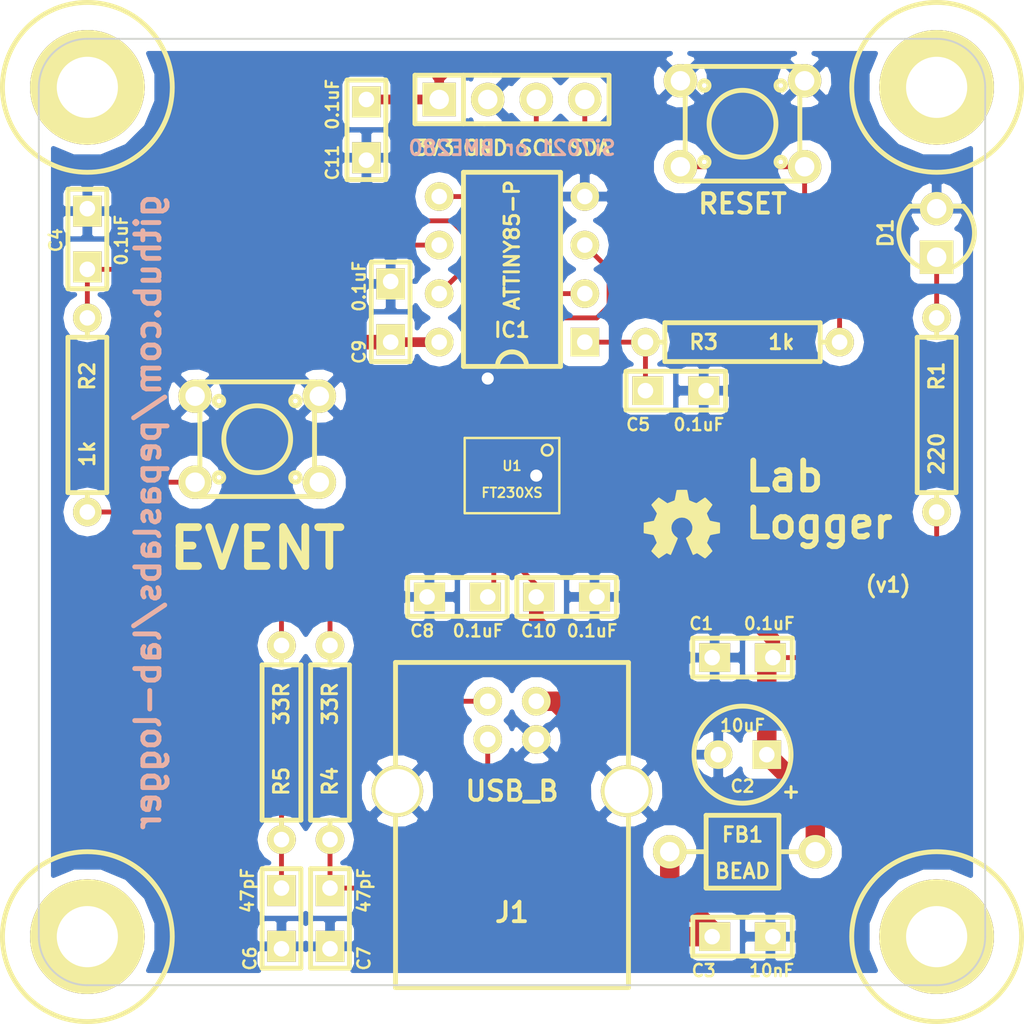
<source format=kicad_pcb>
(kicad_pcb (version 3) (host pcbnew "(22-Jun-2014 BZR 4027)-stable")

  (general
    (links 54)
    (no_connects 0)
    (area 150.277285 106.933999 213.106001 161.036001)
    (thickness 1.6)
    (drawings 16)
    (tracks 109)
    (zones 0)
    (modules 29)
    (nets 18)
  )

  (page A3)
  (layers
    (15 F.Cu signal)
    (0 B.Cu signal)
    (16 B.Adhes user)
    (17 F.Adhes user)
    (18 B.Paste user)
    (19 F.Paste user)
    (20 B.SilkS user)
    (21 F.SilkS user)
    (22 B.Mask user)
    (23 F.Mask user)
    (24 Dwgs.User user)
    (25 Cmts.User user)
    (26 Eco1.User user)
    (27 Eco2.User user)
    (28 Edge.Cuts user)
  )

  (setup
    (last_trace_width 0.254)
    (user_trace_width 0.254)
    (user_trace_width 0.508)
    (user_trace_width 0.762)
    (user_trace_width 1.016)
    (trace_clearance 0.254)
    (zone_clearance 0.508)
    (zone_45_only no)
    (trace_min 0.254)
    (segment_width 0.2)
    (edge_width 0.1)
    (via_size 0.889)
    (via_drill 0.635)
    (via_min_size 0.889)
    (via_min_drill 0.508)
    (uvia_size 0.508)
    (uvia_drill 0.127)
    (uvias_allowed no)
    (uvia_min_size 0.508)
    (uvia_min_drill 0.127)
    (pcb_text_width 0.3)
    (pcb_text_size 1.5 1.5)
    (mod_edge_width 0.254)
    (mod_text_size 1 1)
    (mod_text_width 0.15)
    (pad_size 1.7526 1.7526)
    (pad_drill 1.016)
    (pad_to_mask_clearance 0)
    (aux_axis_origin 0 0)
    (visible_elements FFFFFFBF)
    (pcbplotparams
      (layerselection 284196865)
      (usegerberextensions true)
      (excludeedgelayer true)
      (linewidth 0.150000)
      (plotframeref false)
      (viasonmask false)
      (mode 1)
      (useauxorigin false)
      (hpglpennumber 1)
      (hpglpenspeed 20)
      (hpglpendiameter 15)
      (hpglpenoverlay 2)
      (psnegative false)
      (psa4output false)
      (plotreference true)
      (plotvalue true)
      (plotothertext true)
      (plotinvisibletext false)
      (padsonsilk false)
      (subtractmaskfromsilk false)
      (outputformat 1)
      (mirror false)
      (drillshape 0)
      (scaleselection 1)
      (outputdirectory gerbers))
  )

  (net 0 "")
  (net 1 3V3)
  (net 2 5V)
  (net 3 GND)
  (net 4 N-0000010)
  (net 5 N-0000011)
  (net 6 N-0000012)
  (net 7 N-0000013)
  (net 8 N-0000014)
  (net 9 N-0000019)
  (net 10 N-0000023)
  (net 11 N-000006)
  (net 12 N-000007)
  (net 13 N-000008)
  (net 14 RX)
  (net 15 SCL)
  (net 16 SDA)
  (net 17 TX)

  (net_class Default "This is the default net class."
    (clearance 0.254)
    (trace_width 0.254)
    (via_dia 0.889)
    (via_drill 0.635)
    (uvia_dia 0.508)
    (uvia_drill 0.127)
    (add_net "")
    (add_net 3V3)
    (add_net 5V)
    (add_net GND)
    (add_net N-0000010)
    (add_net N-0000011)
    (add_net N-0000012)
    (add_net N-0000013)
    (add_net N-0000014)
    (add_net N-0000019)
    (add_net N-0000023)
    (add_net N-000006)
    (add_net N-000007)
    (add_net N-000008)
    (add_net RX)
    (add_net SCL)
    (add_net SDA)
    (add_net TX)
  )

  (module hole_M3 (layer F.Cu) (tedit 5929070A) (tstamp 593EDF83)
    (at 208.28 111.76)
    (descr "M3 mounting hole")
    (path 1pin)
    (fp_text reference H*** (at 0 -3.048) (layer F.SilkS) hide
      (effects (font (size 1.016 1.016) (thickness 0.254)))
    )
    (fp_text value Val** (at 0 2.794) (layer F.SilkS) hide
      (effects (font (size 1.016 1.016) (thickness 0.254)))
    )
    (fp_circle (center 0 0) (end 4.445 0) (layer F.SilkS) (width 0.254))
    (pad 1 thru_hole circle (at 0 0) (size 6 6) (drill 3.2)
      (layers *.Cu *.Mask F.SilkS)
    )
  )

  (module hole_M3 (layer F.Cu) (tedit 5929070A) (tstamp 593EDF8E)
    (at 163.83 111.76)
    (descr "M3 mounting hole")
    (path 1pin)
    (fp_text reference H*** (at 0 -3.048) (layer F.SilkS) hide
      (effects (font (size 1.016 1.016) (thickness 0.254)))
    )
    (fp_text value Val** (at 0 2.794) (layer F.SilkS) hide
      (effects (font (size 1.016 1.016) (thickness 0.254)))
    )
    (fp_circle (center 0 0) (end 4.445 0) (layer F.SilkS) (width 0.254))
    (pad 1 thru_hole circle (at 0 0) (size 6 6) (drill 3.2)
      (layers *.Cu *.Mask F.SilkS)
    )
  )

  (module hole_M3 (layer F.Cu) (tedit 5929070A) (tstamp 593EDF99)
    (at 208.28 156.21)
    (descr "M3 mounting hole")
    (path 1pin)
    (fp_text reference H*** (at 0 -3.048) (layer F.SilkS) hide
      (effects (font (size 1.016 1.016) (thickness 0.254)))
    )
    (fp_text value Val** (at 0 2.794) (layer F.SilkS) hide
      (effects (font (size 1.016 1.016) (thickness 0.254)))
    )
    (fp_circle (center 0 0) (end 4.445 0) (layer F.SilkS) (width 0.254))
    (pad 1 thru_hole circle (at 0 0) (size 6 6) (drill 3.2)
      (layers *.Cu *.Mask F.SilkS)
    )
  )

  (module hole_M3 (layer F.Cu) (tedit 5929070A) (tstamp 593EDFA4)
    (at 163.83 156.21)
    (descr "M3 mounting hole")
    (path 1pin)
    (fp_text reference H*** (at 0 -3.048) (layer F.SilkS) hide
      (effects (font (size 1.016 1.016) (thickness 0.254)))
    )
    (fp_text value Val** (at 0 2.794) (layer F.SilkS) hide
      (effects (font (size 1.016 1.016) (thickness 0.254)))
    )
    (fp_circle (center 0 0) (end 4.445 0) (layer F.SilkS) (width 0.254))
    (pad 1 thru_hole circle (at 0 0) (size 6 6) (drill 3.2)
      (layers *.Cu *.Mask F.SilkS)
    )
  )

  (module USB_B (layer F.Cu) (tedit 593E1E93) (tstamp 593EDFBB)
    (at 186.055 148.59)
    (tags USB)
    (path /593E226E)
    (fp_text reference J1 (at 0 6.35) (layer F.SilkS)
      (effects (font (size 1.016 1.016) (thickness 0.2032)))
    )
    (fp_text value USB_B (at 0 0) (layer F.SilkS)
      (effects (font (size 1.016 1.016) (thickness 0.2032)))
    )
    (fp_line (start -6.096 10.287) (end 6.096 10.287) (layer F.SilkS) (width 0.254))
    (fp_line (start 6.096 10.287) (end 6.096 -6.731) (layer F.SilkS) (width 0.254))
    (fp_line (start 6.096 -6.731) (end -6.096 -6.731) (layer F.SilkS) (width 0.254))
    (fp_line (start -6.096 -6.731) (end -6.096 10.287) (layer F.SilkS) (width 0.254))
    (pad 1 thru_hole circle (at 1.27 -4.699) (size 1.4986 1.4986) (drill 0.8128)
      (layers *.Cu *.Mask F.SilkS)
      (net 9 N-0000019)
    )
    (pad 2 thru_hole circle (at -1.27 -4.699) (size 1.4986 1.4986) (drill 0.8128)
      (layers *.Cu *.Mask F.SilkS)
      (net 10 N-0000023)
    )
    (pad 3 thru_hole circle (at -1.27 -2.70002) (size 1.4986 1.4986) (drill 0.8128)
      (layers *.Cu *.Mask F.SilkS)
      (net 4 N-0000010)
    )
    (pad 4 thru_hole circle (at 1.27 -2.70002) (size 1.4986 1.4986) (drill 0.8128)
      (layers *.Cu *.Mask F.SilkS)
      (net 3 GND)
    )
    (pad 5 thru_hole circle (at 5.99948 0) (size 2.70002 2.70002) (drill 2.30124)
      (layers *.Cu *.Mask F.SilkS)
      (net 3 GND)
    )
    (pad 6 thru_hole circle (at -5.99948 0) (size 2.70002 2.70002) (drill 2.30124)
      (layers *.Cu *.Mask F.SilkS)
      (net 3 GND)
    )
    (model connectors/USB_type_B.wrl
      (at (xyz 0 0 0.001))
      (scale (xyz 0.3937 0.3937 0.3937))
      (rotate (xyz 0 0 0))
    )
  )

  (module SSOP-16 (layer F.Cu) (tedit 5166B0DB) (tstamp 593EDFD4)
    (at 186.055 132.08 180)
    (descr SSOP-16)
    (tags SSOP)
    (path /593DE019)
    (attr smd)
    (fp_text reference U1 (at 0 0.508 180) (layer F.SilkS)
      (effects (font (size 0.50038 0.50038) (thickness 0.09906)))
    )
    (fp_text value FT230XS (at 0 -0.89916 180) (layer F.SilkS)
      (effects (font (size 0.50038 0.50038) (thickness 0.09906)))
    )
    (fp_line (start -2.4765 1.9685) (end 2.4765 1.9685) (layer F.SilkS) (width 0.127))
    (fp_line (start 2.4765 1.9685) (end 2.4765 -1.9685) (layer F.SilkS) (width 0.127))
    (fp_line (start 2.4765 -1.9685) (end -2.4765 -1.9685) (layer F.SilkS) (width 0.127))
    (fp_line (start -2.4765 -1.9685) (end -2.4765 1.9685) (layer F.SilkS) (width 0.127))
    (fp_circle (center -1.8415 1.3335) (end -1.9685 1.5875) (layer F.SilkS) (width 0.127))
    (pad 4 smd rect (at -0.3175 2.8 180) (size 0.4 1.4)
      (layers F.Cu F.Paste F.Mask)
      (net 14 RX)
    )
    (pad 5 smd rect (at 0.3175 2.8 180) (size 0.4 1.4)
      (layers F.Cu F.Paste F.Mask)
      (net 3 GND)
    )
    (pad 6 smd rect (at 0.9525 2.8 180) (size 0.4 1.4)
      (layers F.Cu F.Paste F.Mask)
    )
    (pad 7 smd rect (at 1.5875 2.8 180) (size 0.4 1.4)
      (layers F.Cu F.Paste F.Mask)
    )
    (pad 16 smd rect (at -2.2225 -2.8 180) (size 0.4 1.4)
      (layers F.Cu F.Paste F.Mask)
    )
    (pad 1 smd rect (at -2.2225 2.8 180) (size 0.4 1.4)
      (layers F.Cu F.Paste F.Mask)
      (net 17 TX)
    )
    (pad 2 smd rect (at -1.5875 2.8 180) (size 0.4 1.4)
      (layers F.Cu F.Paste F.Mask)
    )
    (pad 3 smd rect (at -0.9525 2.8 180) (size 0.4 1.4)
      (layers F.Cu F.Paste F.Mask)
      (net 1 3V3)
    )
    (pad 9 smd rect (at 2.2225 -2.8 180) (size 0.4 1.4)
      (layers F.Cu F.Paste F.Mask)
      (net 11 N-000006)
    )
    (pad 10 smd rect (at 1.5875 -2.8 180) (size 0.4 1.4)
      (layers F.Cu F.Paste F.Mask)
      (net 1 3V3)
    )
    (pad 11 smd rect (at 0.9525 -2.8 180) (size 0.4 1.4)
      (layers F.Cu F.Paste F.Mask)
      (net 1 3V3)
    )
    (pad 12 smd rect (at 0.3175 -2.8 180) (size 0.4 1.4)
      (layers F.Cu F.Paste F.Mask)
      (net 2 5V)
    )
    (pad 13 smd rect (at -0.3175 -2.8 180) (size 0.4 1.4)
      (layers F.Cu F.Paste F.Mask)
      (net 3 GND)
    )
    (pad 14 smd rect (at -0.9525 -2.8 180) (size 0.4 1.4)
      (layers F.Cu F.Paste F.Mask)
    )
    (pad 8 smd rect (at 2.2225 2.8 180) (size 0.4 1.4)
      (layers F.Cu F.Paste F.Mask)
      (net 12 N-000007)
    )
    (pad 15 smd rect (at -1.5875 -2.8 180) (size 0.4 1.4)
      (layers F.Cu F.Paste F.Mask)
    )
    (model smd/smd_dil/ssop-16.wrl
      (at (xyz 0 0 0))
      (scale (xyz 1 1 1))
      (rotate (xyz 0 0 0))
    )
  )

  (module SIL-4 (layer F.Cu) (tedit 593F620B) (tstamp 593EDFE1)
    (at 184.785 112.395)
    (descr "Connecteurs 1 pin")
    (tags "CONN DEV")
    (path /593E3211)
    (fp_text reference U2 (at 1.27 2.54) (layer F.SilkS) hide
      (effects (font (size 0.762 0.762) (thickness 0.1524)))
    )
    (fp_text value SI7021-BREAKOUT (at 1.27 -2.54) (layer F.SilkS) hide
      (effects (font (size 0.762 0.762) (thickness 0.1524)))
    )
    (fp_line (start -1.27 -1.27) (end -1.27 1.27) (layer F.SilkS) (width 0.254))
    (fp_line (start -3.81 -1.27) (end 6.35 -1.27) (layer F.SilkS) (width 0.254))
    (fp_line (start 6.35 -1.27) (end 6.35 1.27) (layer F.SilkS) (width 0.254))
    (fp_line (start 6.35 1.27) (end -3.81 1.27) (layer F.SilkS) (width 0.254))
    (fp_line (start -3.81 1.27) (end -3.81 -1.27) (layer F.SilkS) (width 0.254))
    (pad 1 thru_hole rect (at -2.54 0) (size 1.7526 1.7526) (drill 1.016)
      (layers *.Cu *.Mask F.SilkS)
      (net 1 3V3)
    )
    (pad 2 thru_hole circle (at 0 0) (size 1.7526 1.7526) (drill 1.016)
      (layers *.Cu *.Mask F.SilkS)
      (net 3 GND)
    )
    (pad 3 thru_hole circle (at 2.54 0) (size 1.7526 1.7526) (drill 1.016)
      (layers *.Cu *.Mask F.SilkS)
      (net 15 SCL)
    )
    (pad 4 thru_hole circle (at 5.08 0) (size 1.7526 1.7526) (drill 1.016)
      (layers *.Cu *.Mask F.SilkS)
      (net 16 SDA)
    )
  )

  (module R_AXIAL_0W25_059A_PL (layer F.Cu) (tedit 53A245D9) (tstamp 593EDFEE)
    (at 193.04 125.095)
    (descr "Resistor Axial 1/4W 0.4\"")
    (tags R)
    (path /593E08DB)
    (autoplace_cost180 10)
    (fp_text reference R3 (at 3.048 0) (layer F.SilkS)
      (effects (font (size 0.762 0.762) (thickness 0.1524)))
    )
    (fp_text value 1k (at 7.112 0) (layer F.SilkS)
      (effects (font (size 0.762 0.762) (thickness 0.1524)))
    )
    (fp_line (start 0 0) (end 1.016 0) (layer F.SilkS) (width 0.254))
    (fp_line (start 1.016 0) (end 1.016 -1.016) (layer F.SilkS) (width 0.254))
    (fp_line (start 1.016 -1.016) (end 9.144 -1.016) (layer F.SilkS) (width 0.254))
    (fp_line (start 9.144 -1.016) (end 9.144 1.016) (layer F.SilkS) (width 0.254))
    (fp_line (start 9.144 1.016) (end 1.016 1.016) (layer F.SilkS) (width 0.254))
    (fp_line (start 1.016 1.016) (end 1.016 0) (layer F.SilkS) (width 0.254))
    (fp_line (start 10.16 0) (end 9.144 0) (layer F.SilkS) (width 0.254))
    (pad 1 thru_hole oval (at 0 0) (size 1.4986 1.4986) (drill 0.8128)
      (layers *.Cu *.Mask F.SilkS)
      (net 6 N-0000012)
    )
    (pad 2 thru_hole oval (at 10.16 0) (size 1.4986 1.4986) (drill 0.8128)
      (layers *.Cu *.Mask F.SilkS)
      (net 8 N-0000014)
    )
    (model discret/resistor.wrl
      (at (xyz 0 0 0))
      (scale (xyz 0.4 0.4 0.4))
      (rotate (xyz 0 0 0))
    )
  )

  (module R_AXIAL_0W25_059A_PL (layer F.Cu) (tedit 53A245D9) (tstamp 593EDFFB)
    (at 163.83 123.825 270)
    (descr "Resistor Axial 1/4W 0.4\"")
    (tags R)
    (path /593E08D5)
    (autoplace_cost180 10)
    (fp_text reference R2 (at 3.048 0 270) (layer F.SilkS)
      (effects (font (size 0.762 0.762) (thickness 0.1524)))
    )
    (fp_text value 1k (at 7.112 0 270) (layer F.SilkS)
      (effects (font (size 0.762 0.762) (thickness 0.1524)))
    )
    (fp_line (start 0 0) (end 1.016 0) (layer F.SilkS) (width 0.254))
    (fp_line (start 1.016 0) (end 1.016 -1.016) (layer F.SilkS) (width 0.254))
    (fp_line (start 1.016 -1.016) (end 9.144 -1.016) (layer F.SilkS) (width 0.254))
    (fp_line (start 9.144 -1.016) (end 9.144 1.016) (layer F.SilkS) (width 0.254))
    (fp_line (start 9.144 1.016) (end 1.016 1.016) (layer F.SilkS) (width 0.254))
    (fp_line (start 1.016 1.016) (end 1.016 0) (layer F.SilkS) (width 0.254))
    (fp_line (start 10.16 0) (end 9.144 0) (layer F.SilkS) (width 0.254))
    (pad 1 thru_hole oval (at 0 0 270) (size 1.4986 1.4986) (drill 0.8128)
      (layers *.Cu *.Mask F.SilkS)
      (net 5 N-0000011)
    )
    (pad 2 thru_hole oval (at 10.16 0 270) (size 1.4986 1.4986) (drill 0.8128)
      (layers *.Cu *.Mask F.SilkS)
      (net 7 N-0000013)
    )
    (model discret/resistor.wrl
      (at (xyz 0 0 0))
      (scale (xyz 0.4 0.4 0.4))
      (rotate (xyz 0 0 0))
    )
  )

  (module R_AXIAL_0W25_059A_PL (layer F.Cu) (tedit 53A245D9) (tstamp 593EE008)
    (at 208.28 123.825 270)
    (descr "Resistor Axial 1/4W 0.4\"")
    (tags R)
    (path /593DFC64)
    (autoplace_cost180 10)
    (fp_text reference R1 (at 3.048 0 270) (layer F.SilkS)
      (effects (font (size 0.762 0.762) (thickness 0.1524)))
    )
    (fp_text value 220 (at 7.112 0 270) (layer F.SilkS)
      (effects (font (size 0.762 0.762) (thickness 0.1524)))
    )
    (fp_line (start 0 0) (end 1.016 0) (layer F.SilkS) (width 0.254))
    (fp_line (start 1.016 0) (end 1.016 -1.016) (layer F.SilkS) (width 0.254))
    (fp_line (start 1.016 -1.016) (end 9.144 -1.016) (layer F.SilkS) (width 0.254))
    (fp_line (start 9.144 -1.016) (end 9.144 1.016) (layer F.SilkS) (width 0.254))
    (fp_line (start 9.144 1.016) (end 1.016 1.016) (layer F.SilkS) (width 0.254))
    (fp_line (start 1.016 1.016) (end 1.016 0) (layer F.SilkS) (width 0.254))
    (fp_line (start 10.16 0) (end 9.144 0) (layer F.SilkS) (width 0.254))
    (pad 1 thru_hole oval (at 0 0 270) (size 1.4986 1.4986) (drill 0.8128)
      (layers *.Cu *.Mask F.SilkS)
      (net 13 N-000008)
    )
    (pad 2 thru_hole oval (at 10.16 0 270) (size 1.4986 1.4986) (drill 0.8128)
      (layers *.Cu *.Mask F.SilkS)
      (net 2 5V)
    )
    (model discret/resistor.wrl
      (at (xyz 0 0 0))
      (scale (xyz 0.4 0.4 0.4))
      (rotate (xyz 0 0 0))
    )
  )

  (module R_AXIAL_0W25_059A_PL (layer F.Cu) (tedit 53A245D9) (tstamp 593EE015)
    (at 176.53 151.13 90)
    (descr "Resistor Axial 1/4W 0.4\"")
    (tags R)
    (path /593DFA90)
    (autoplace_cost180 10)
    (fp_text reference R4 (at 3.048 0 90) (layer F.SilkS)
      (effects (font (size 0.762 0.762) (thickness 0.1524)))
    )
    (fp_text value 33R (at 7.112 0 90) (layer F.SilkS)
      (effects (font (size 0.762 0.762) (thickness 0.1524)))
    )
    (fp_line (start 0 0) (end 1.016 0) (layer F.SilkS) (width 0.254))
    (fp_line (start 1.016 0) (end 1.016 -1.016) (layer F.SilkS) (width 0.254))
    (fp_line (start 1.016 -1.016) (end 9.144 -1.016) (layer F.SilkS) (width 0.254))
    (fp_line (start 9.144 -1.016) (end 9.144 1.016) (layer F.SilkS) (width 0.254))
    (fp_line (start 9.144 1.016) (end 1.016 1.016) (layer F.SilkS) (width 0.254))
    (fp_line (start 1.016 1.016) (end 1.016 0) (layer F.SilkS) (width 0.254))
    (fp_line (start 10.16 0) (end 9.144 0) (layer F.SilkS) (width 0.254))
    (pad 1 thru_hole oval (at 0 0 90) (size 1.4986 1.4986) (drill 0.8128)
      (layers *.Cu *.Mask F.SilkS)
      (net 4 N-0000010)
    )
    (pad 2 thru_hole oval (at 10.16 0 90) (size 1.4986 1.4986) (drill 0.8128)
      (layers *.Cu *.Mask F.SilkS)
      (net 11 N-000006)
    )
    (model discret/resistor.wrl
      (at (xyz 0 0 0))
      (scale (xyz 0.4 0.4 0.4))
      (rotate (xyz 0 0 0))
    )
  )

  (module R_AXIAL_0W25_059A_PL (layer F.Cu) (tedit 53A245D9) (tstamp 593EE022)
    (at 173.99 151.13 90)
    (descr "Resistor Axial 1/4W 0.4\"")
    (tags R)
    (path /593DFAC4)
    (autoplace_cost180 10)
    (fp_text reference R5 (at 3.048 0 90) (layer F.SilkS)
      (effects (font (size 0.762 0.762) (thickness 0.1524)))
    )
    (fp_text value 33R (at 7.112 0 90) (layer F.SilkS)
      (effects (font (size 0.762 0.762) (thickness 0.1524)))
    )
    (fp_line (start 0 0) (end 1.016 0) (layer F.SilkS) (width 0.254))
    (fp_line (start 1.016 0) (end 1.016 -1.016) (layer F.SilkS) (width 0.254))
    (fp_line (start 1.016 -1.016) (end 9.144 -1.016) (layer F.SilkS) (width 0.254))
    (fp_line (start 9.144 -1.016) (end 9.144 1.016) (layer F.SilkS) (width 0.254))
    (fp_line (start 9.144 1.016) (end 1.016 1.016) (layer F.SilkS) (width 0.254))
    (fp_line (start 1.016 1.016) (end 1.016 0) (layer F.SilkS) (width 0.254))
    (fp_line (start 10.16 0) (end 9.144 0) (layer F.SilkS) (width 0.254))
    (pad 1 thru_hole oval (at 0 0 90) (size 1.4986 1.4986) (drill 0.8128)
      (layers *.Cu *.Mask F.SilkS)
      (net 10 N-0000023)
    )
    (pad 2 thru_hole oval (at 10.16 0 90) (size 1.4986 1.4986) (drill 0.8128)
      (layers *.Cu *.Mask F.SilkS)
      (net 12 N-000007)
    )
    (model discret/resistor.wrl
      (at (xyz 0 0 0))
      (scale (xyz 0.4 0.4 0.4))
      (rotate (xyz 0 0 0))
    )
  )

  (module LED_3MM_069A (layer F.Cu) (tedit 53B98B99) (tstamp 593EE02C)
    (at 208.28 120.65 90)
    (descr "3MM LED")
    (tags "LED DEV")
    (path /593DFC47)
    (fp_text reference D1 (at 1.27 -2.667 90) (layer F.SilkS)
      (effects (font (size 0.762 0.762) (thickness 0.1524)))
    )
    (fp_text value LED (at 1.27 2.794 90) (layer F.SilkS) hide
      (effects (font (size 0.762 0.762) (thickness 0.1524)))
    )
    (fp_line (start 2.67 -1.4) (end 2.67 1.4) (layer F.SilkS) (width 0.254))
    (fp_arc (start 1.27 0) (end 2.67 1.4) (angle 90) (layer F.SilkS) (width 0.254))
    (fp_arc (start 1.27 0) (end -0.13 1.4) (angle 90) (layer F.SilkS) (width 0.254))
    (fp_arc (start 1.27 0) (end -0.13 -1.4) (angle 90) (layer F.SilkS) (width 0.254))
    (pad 1 thru_hole rect (at 0 0 90) (size 1.7526 1.7526) (drill 1.016)
      (layers *.Cu *.Mask F.SilkS)
      (net 13 N-000008)
    )
    (pad 2 thru_hole oval (at 2.54 0 90) (size 1.7526 1.7526) (drill 1.016)
      (layers *.Cu *.Mask F.SilkS)
      (net 3 GND)
    )
    (model discret/led5_vertical.wrl
      (at (xyz 0 0 0))
      (scale (xyz 1 1 1))
      (rotate (xyz 0 0 0))
    )
  )

  (module FERRITE_AXIAL_03_069A (layer F.Cu) (tedit 593F5EE5) (tstamp 593EE039)
    (at 198.12 151.765)
    (path /593DF894)
    (fp_text reference FB1 (at 0 -0.889) (layer F.SilkS)
      (effects (font (size 0.762 0.762) (thickness 0.1524)))
    )
    (fp_text value BEAD (at 0 1.016) (layer F.SilkS)
      (effects (font (size 0.762 0.762) (thickness 0.1524)))
    )
    (fp_line (start -1.905 1.905) (end 1.905 1.905) (layer F.SilkS) (width 0.254))
    (fp_line (start -1.905 -1.905) (end 1.905 -1.905) (layer F.SilkS) (width 0.254))
    (fp_line (start -1.905 0) (end -1.905 -1.905) (layer F.SilkS) (width 0.254))
    (fp_line (start 1.905 -1.905) (end 1.905 1.905) (layer F.SilkS) (width 0.254))
    (fp_line (start -1.905 1.905) (end -1.905 0) (layer F.SilkS) (width 0.254))
    (fp_line (start 3.81 0) (end 1.905 0) (layer F.SilkS) (width 0.254))
    (fp_line (start -3.81 0) (end -1.905 0) (layer F.SilkS) (width 0.254))
    (pad 1 thru_hole circle (at -3.81 0) (size 1.7526 1.7526) (drill 1.016)
      (layers *.Cu *.Mask F.SilkS)
      (net 9 N-0000019)
    )
    (pad 2 thru_hole circle (at 3.81 0) (size 1.7526 1.7526) (drill 1.016)
      (layers *.Cu *.Mask F.SilkS)
      (net 2 5V)
    )
  )

  (module ELCAP_10_20_V_059A (layer F.Cu) (tedit 593F5F64) (tstamp 593EE041)
    (at 199.39 146.685 180)
    (descr "Electrolytic Capacitor, vertical, 0.1\" pins, 0.2\" body")
    (tags CP)
    (path /593DF876)
    (fp_text reference C2 (at 1.27 -1.651 180) (layer F.SilkS)
      (effects (font (size 0.635 0.635) (thickness 0.127)))
    )
    (fp_text value 10uF (at 1.27 1.524 180) (layer F.SilkS)
      (effects (font (size 0.635 0.635) (thickness 0.127)))
    )
    (fp_text user + (at -1.27 -1.905 180) (layer F.SilkS)
      (effects (font (size 0.762 0.762) (thickness 0.1524)))
    )
    (fp_circle (center 1.27 0) (end 3.81 0) (layer F.SilkS) (width 0.254))
    (pad 1 thru_hole rect (at 0 0 180) (size 1.4986 1.4986) (drill 0.8128)
      (layers *.Cu *.Mask F.SilkS)
      (net 2 5V)
    )
    (pad 2 thru_hole oval (at 2.54 0 180) (size 1.4986 1.4986) (drill 0.8128)
      (layers *.Cu *.Mask F.SilkS)
      (net 3 GND)
    )
    (model discret/c_vert_c2v10.wrl
      (at (xyz 0 0 0))
      (scale (xyz 1 1 1))
      (rotate (xyz 0 0 0))
    )
  )

  (module DIP8_059A_PL (layer F.Cu) (tedit 53A23991) (tstamp 593EE053)
    (at 189.865 125.095 90)
    (descr "8-lead DIP package")
    (tags DIP)
    (path /593DE003)
    (fp_text reference IC1 (at 0.635 -3.81 180) (layer F.SilkS)
      (effects (font (size 0.762 0.762) (thickness 0.1524)))
    )
    (fp_text value ATTINY85-P (at 5.08 -3.81 90) (layer F.SilkS)
      (effects (font (size 0.762 0.762) (thickness 0.1524)))
    )
    (fp_arc (start -1.27 -3.81) (end -1.27 -4.572) (angle 90) (layer F.SilkS) (width 0.254))
    (fp_arc (start -1.27 -3.81) (end -0.508 -3.81) (angle 90) (layer F.SilkS) (width 0.254))
    (fp_line (start -1.27 -6.35) (end 8.89 -6.35) (layer F.SilkS) (width 0.254))
    (fp_line (start 8.89 -6.35) (end 8.89 -1.27) (layer F.SilkS) (width 0.254))
    (fp_line (start 8.89 -1.27) (end -1.27 -1.27) (layer F.SilkS) (width 0.254))
    (fp_line (start -1.27 -1.27) (end -1.27 -6.35) (layer F.SilkS) (width 0.254))
    (pad 1 thru_hole rect (at 0 0 90) (size 1.4986 1.4986) (drill 0.8128)
      (layers *.Cu *.Mask F.SilkS)
      (net 6 N-0000012)
    )
    (pad 2 thru_hole oval (at 2.54 0 90) (size 1.4986 1.4986) (drill 0.8128)
      (layers *.Cu *.Mask F.SilkS)
      (net 14 RX)
    )
    (pad 3 thru_hole oval (at 5.08 0 90) (size 1.4986 1.4986) (drill 0.8128)
      (layers *.Cu *.Mask F.SilkS)
      (net 17 TX)
    )
    (pad 4 thru_hole oval (at 7.62 0 90) (size 1.4986 1.4986) (drill 0.8128)
      (layers *.Cu *.Mask F.SilkS)
      (net 3 GND)
    )
    (pad 5 thru_hole oval (at 7.62 -7.62 90) (size 1.4986 1.4986) (drill 0.8128)
      (layers *.Cu *.Mask F.SilkS)
      (net 16 SDA)
    )
    (pad 6 thru_hole oval (at 5.08 -7.62 90) (size 1.4986 1.4986) (drill 0.8128)
      (layers *.Cu *.Mask F.SilkS)
      (net 5 N-0000011)
    )
    (pad 8 thru_hole oval (at 0 -7.62 90) (size 1.4986 1.4986) (drill 0.8128)
      (layers *.Cu *.Mask F.SilkS)
      (net 2 5V)
    )
    (pad 7 thru_hole oval (at 2.54 -7.62 90) (size 1.4986 1.4986) (drill 0.8128)
      (layers *.Cu *.Mask F.SilkS)
      (net 15 SCL)
    )
    (model dil/dil_8.wrl
      (at (xyz 0 0 0))
      (scale (xyz 1 1 1))
      (rotate (xyz 0 0 0))
    )
  )

  (module CERCAP_15_059B_0805 (layer F.Cu) (tedit 593F5F0B) (tstamp 593EE05D)
    (at 176.53 154.94 270)
    (descr "Capacitor, 0.2\" pin spacing")
    (tags C)
    (path /593DFAAE)
    (fp_text reference C7 (at 2.413 -1.778 270) (layer F.SilkS)
      (effects (font (size 0.635 0.635) (thickness 0.127)))
    )
    (fp_text value 47pF (at -1.143 -1.778 270) (layer F.SilkS)
      (effects (font (size 0.635 0.635) (thickness 0.127)))
    )
    (fp_line (start -2.286 1.016) (end 2.921 1.016) (layer F.SilkS) (width 0.254))
    (fp_line (start -2.286 -1.016) (end 2.921 -1.016) (layer F.SilkS) (width 0.254))
    (fp_line (start 2.921 -1.016) (end 2.921 1.016) (layer F.SilkS) (width 0.254))
    (fp_line (start -2.286 1.016) (end -2.286 -1.016) (layer F.SilkS) (width 0.254))
    (pad 1 thru_hole rect (at -1.27 0 270) (size 1.6256 1.4986) (drill 0.8128 (offset 0.127 0))
      (layers *.Cu *.Mask F.SilkS)
      (net 4 N-0000010)
    )
    (pad 2 thru_hole rect (at 1.905 0 270) (size 1.6256 1.4986) (drill 0.8128 (offset -0.127 0))
      (layers *.Cu *.Mask F.SilkS)
      (net 3 GND)
    )
    (model discret/capa_2pas_5x5mm.wrl
      (at (xyz 0 0 0))
      (scale (xyz 1 1 1))
      (rotate (xyz 0 0 0))
    )
  )

  (module CERCAP_15_059B_0805 (layer F.Cu) (tedit 593F5F02) (tstamp 593EE067)
    (at 173.99 154.94 270)
    (descr "Capacitor, 0.2\" pin spacing")
    (tags C)
    (path /593DFAA2)
    (fp_text reference C6 (at 2.413 1.651 270) (layer F.SilkS)
      (effects (font (size 0.635 0.635) (thickness 0.127)))
    )
    (fp_text value 47pF (at -1.143 1.778 270) (layer F.SilkS)
      (effects (font (size 0.635 0.635) (thickness 0.127)))
    )
    (fp_line (start -2.286 1.016) (end 2.921 1.016) (layer F.SilkS) (width 0.254))
    (fp_line (start -2.286 -1.016) (end 2.921 -1.016) (layer F.SilkS) (width 0.254))
    (fp_line (start 2.921 -1.016) (end 2.921 1.016) (layer F.SilkS) (width 0.254))
    (fp_line (start -2.286 1.016) (end -2.286 -1.016) (layer F.SilkS) (width 0.254))
    (pad 1 thru_hole rect (at -1.27 0 270) (size 1.6256 1.4986) (drill 0.8128 (offset 0.127 0))
      (layers *.Cu *.Mask F.SilkS)
      (net 10 N-0000023)
    )
    (pad 2 thru_hole rect (at 1.905 0 270) (size 1.6256 1.4986) (drill 0.8128 (offset -0.127 0))
      (layers *.Cu *.Mask F.SilkS)
      (net 3 GND)
    )
    (model discret/capa_2pas_5x5mm.wrl
      (at (xyz 0 0 0))
      (scale (xyz 1 1 1))
      (rotate (xyz 0 0 0))
    )
  )

  (module CERCAP_15_059B_0805 (layer F.Cu) (tedit 593F5F58) (tstamp 593EE071)
    (at 183.515 138.43 180)
    (descr "Capacitor, 0.2\" pin spacing")
    (tags C)
    (path /593DFA2E)
    (fp_text reference C8 (at 2.159 -1.778 180) (layer F.SilkS)
      (effects (font (size 0.635 0.635) (thickness 0.127)))
    )
    (fp_text value 0.1uF (at -0.762 -1.778 180) (layer F.SilkS)
      (effects (font (size 0.635 0.635) (thickness 0.127)))
    )
    (fp_line (start -2.286 1.016) (end 2.921 1.016) (layer F.SilkS) (width 0.254))
    (fp_line (start -2.286 -1.016) (end 2.921 -1.016) (layer F.SilkS) (width 0.254))
    (fp_line (start 2.921 -1.016) (end 2.921 1.016) (layer F.SilkS) (width 0.254))
    (fp_line (start -2.286 1.016) (end -2.286 -1.016) (layer F.SilkS) (width 0.254))
    (pad 1 thru_hole rect (at -1.27 0 180) (size 1.6256 1.4986) (drill 0.8128 (offset 0.127 0))
      (layers *.Cu *.Mask F.SilkS)
      (net 1 3V3)
    )
    (pad 2 thru_hole rect (at 1.905 0 180) (size 1.6256 1.4986) (drill 0.8128 (offset -0.127 0))
      (layers *.Cu *.Mask F.SilkS)
      (net 3 GND)
    )
    (model discret/capa_2pas_5x5mm.wrl
      (at (xyz 0 0 0))
      (scale (xyz 1 1 1))
      (rotate (xyz 0 0 0))
    )
  )

  (module CERCAP_15_059B_0805 (layer F.Cu) (tedit 593E0D74) (tstamp 593EE07B)
    (at 163.83 120.015 90)
    (descr "Capacitor, 0.2\" pin spacing")
    (tags C)
    (path /593E081B)
    (fp_text reference C4 (at 0.254 -1.651 90) (layer F.SilkS)
      (effects (font (size 0.635 0.635) (thickness 0.127)))
    )
    (fp_text value 0.1uF (at 0.254 1.778 90) (layer F.SilkS)
      (effects (font (size 0.635 0.635) (thickness 0.127)))
    )
    (fp_line (start -2.286 1.016) (end 2.921 1.016) (layer F.SilkS) (width 0.254))
    (fp_line (start -2.286 -1.016) (end 2.921 -1.016) (layer F.SilkS) (width 0.254))
    (fp_line (start 2.921 -1.016) (end 2.921 1.016) (layer F.SilkS) (width 0.254))
    (fp_line (start -2.286 1.016) (end -2.286 -1.016) (layer F.SilkS) (width 0.254))
    (pad 1 thru_hole rect (at -1.27 0 90) (size 1.6256 1.4986) (drill 0.8128 (offset 0.127 0))
      (layers *.Cu *.Mask F.SilkS)
      (net 5 N-0000011)
    )
    (pad 2 thru_hole rect (at 1.905 0 90) (size 1.6256 1.4986) (drill 0.8128 (offset -0.127 0))
      (layers *.Cu *.Mask F.SilkS)
      (net 3 GND)
    )
    (model discret/capa_2pas_5x5mm.wrl
      (at (xyz 0 0 0))
      (scale (xyz 1 1 1))
      (rotate (xyz 0 0 0))
    )
  )

  (module CERCAP_15_059B_0805 (layer F.Cu) (tedit 593F5F34) (tstamp 593EE085)
    (at 194.31 127.635)
    (descr "Capacitor, 0.2\" pin spacing")
    (tags C)
    (path /593E0821)
    (fp_text reference C5 (at -1.651 1.778) (layer F.SilkS)
      (effects (font (size 0.635 0.635) (thickness 0.127)))
    )
    (fp_text value 0.1uF (at 1.524 1.778) (layer F.SilkS)
      (effects (font (size 0.635 0.635) (thickness 0.127)))
    )
    (fp_line (start -2.286 1.016) (end 2.921 1.016) (layer F.SilkS) (width 0.254))
    (fp_line (start -2.286 -1.016) (end 2.921 -1.016) (layer F.SilkS) (width 0.254))
    (fp_line (start 2.921 -1.016) (end 2.921 1.016) (layer F.SilkS) (width 0.254))
    (fp_line (start -2.286 1.016) (end -2.286 -1.016) (layer F.SilkS) (width 0.254))
    (pad 1 thru_hole rect (at -1.27 0) (size 1.6256 1.4986) (drill 0.8128 (offset 0.127 0))
      (layers *.Cu *.Mask F.SilkS)
      (net 6 N-0000012)
    )
    (pad 2 thru_hole rect (at 1.905 0) (size 1.6256 1.4986) (drill 0.8128 (offset -0.127 0))
      (layers *.Cu *.Mask F.SilkS)
      (net 3 GND)
    )
    (model discret/capa_2pas_5x5mm.wrl
      (at (xyz 0 0 0))
      (scale (xyz 1 1 1))
      (rotate (xyz 0 0 0))
    )
  )

  (module CERCAP_15_059B_0805 (layer F.Cu) (tedit 593F5EDD) (tstamp 593EE08F)
    (at 198.4375 141.605 180)
    (descr "Capacitor, 0.2\" pin spacing")
    (tags C)
    (path /593DF98F)
    (fp_text reference C1 (at 2.4765 1.778 180) (layer F.SilkS)
      (effects (font (size 0.635 0.635) (thickness 0.127)))
    )
    (fp_text value 0.1uF (at -1.0795 1.778 180) (layer F.SilkS)
      (effects (font (size 0.635 0.635) (thickness 0.127)))
    )
    (fp_line (start -2.286 1.016) (end 2.921 1.016) (layer F.SilkS) (width 0.254))
    (fp_line (start -2.286 -1.016) (end 2.921 -1.016) (layer F.SilkS) (width 0.254))
    (fp_line (start 2.921 -1.016) (end 2.921 1.016) (layer F.SilkS) (width 0.254))
    (fp_line (start -2.286 1.016) (end -2.286 -1.016) (layer F.SilkS) (width 0.254))
    (pad 1 thru_hole rect (at -1.27 0 180) (size 1.6256 1.4986) (drill 0.8128 (offset 0.127 0))
      (layers *.Cu *.Mask F.SilkS)
      (net 2 5V)
    )
    (pad 2 thru_hole rect (at 1.905 0 180) (size 1.6256 1.4986) (drill 0.8128 (offset -0.127 0))
      (layers *.Cu *.Mask F.SilkS)
      (net 3 GND)
    )
    (model discret/capa_2pas_5x5mm.wrl
      (at (xyz 0 0 0))
      (scale (xyz 1 1 1))
      (rotate (xyz 0 0 0))
    )
  )

  (module CERCAP_15_059B_0805 (layer F.Cu) (tedit 593F5EEE) (tstamp 593EE099)
    (at 197.8025 156.21)
    (descr "Capacitor, 0.2\" pin spacing")
    (tags C)
    (path /593DF885)
    (fp_text reference C3 (at -1.7145 1.778) (layer F.SilkS)
      (effects (font (size 0.635 0.635) (thickness 0.127)))
    )
    (fp_text value 10nF (at 1.8415 1.778) (layer F.SilkS)
      (effects (font (size 0.635 0.635) (thickness 0.127)))
    )
    (fp_line (start -2.286 1.016) (end 2.921 1.016) (layer F.SilkS) (width 0.254))
    (fp_line (start -2.286 -1.016) (end 2.921 -1.016) (layer F.SilkS) (width 0.254))
    (fp_line (start 2.921 -1.016) (end 2.921 1.016) (layer F.SilkS) (width 0.254))
    (fp_line (start -2.286 1.016) (end -2.286 -1.016) (layer F.SilkS) (width 0.254))
    (pad 1 thru_hole rect (at -1.27 0) (size 1.6256 1.4986) (drill 0.8128 (offset 0.127 0))
      (layers *.Cu *.Mask F.SilkS)
      (net 9 N-0000019)
    )
    (pad 2 thru_hole rect (at 1.905 0) (size 1.6256 1.4986) (drill 0.8128 (offset -0.127 0))
      (layers *.Cu *.Mask F.SilkS)
      (net 3 GND)
    )
    (model discret/capa_2pas_5x5mm.wrl
      (at (xyz 0 0 0))
      (scale (xyz 1 1 1))
      (rotate (xyz 0 0 0))
    )
  )

  (module 1825910-6 (layer F.Cu) (tedit 593F5C6D) (tstamp 593EE0AA)
    (at 172.72 130.175 180)
    (path /593E07E0)
    (fp_text reference EVENT (at 0 -5.715 180) (layer F.SilkS)
      (effects (font (size 2.032 2.032) (thickness 0.4064)))
    )
    (fp_text value EVENT (at 0 4.5 180) (layer F.SilkS) hide
      (effects (font (size 1.016 1.016) (thickness 0.2032)))
    )
    (fp_circle (center -2 2) (end -1.75 2) (layer F.SilkS) (width 0.254))
    (fp_circle (center 2 2) (end 1.75 2) (layer F.SilkS) (width 0.254))
    (fp_circle (center 2 -2) (end 1.75 -2) (layer F.SilkS) (width 0.254))
    (fp_circle (center -2 -2) (end -1.75 -2) (layer F.SilkS) (width 0.254))
    (fp_circle (center 0 0) (end 1.75 0) (layer F.SilkS) (width 0.254))
    (fp_line (start -3 -3) (end 3 -3) (layer F.SilkS) (width 0.254))
    (fp_line (start 3 -3) (end 3 3) (layer F.SilkS) (width 0.254))
    (fp_line (start 3 3) (end -3 3) (layer F.SilkS) (width 0.254))
    (fp_line (start -3 3) (end -3 -3) (layer F.SilkS) (width 0.254))
    (pad 1 thru_hole circle (at 3.25 -2.25 180) (size 1.7526 1.7526) (drill 1.016)
      (layers *.Cu *.Mask F.SilkS)
      (net 7 N-0000013)
    )
    (pad 2 thru_hole circle (at 3.25 2.25 180) (size 1.7526 1.7526) (drill 1.016)
      (layers *.Cu *.Mask F.SilkS)
      (net 3 GND)
    )
    (pad 1 thru_hole circle (at -3.25 -2.25 180) (size 1.7526 1.7526) (drill 1.016)
      (layers *.Cu *.Mask F.SilkS)
    )
    (pad 2 thru_hole circle (at -3.25 2.25 180) (size 1.7526 1.7526) (drill 1.016)
      (layers *.Cu *.Mask F.SilkS)
      (net 3 GND)
    )
  )

  (module 1825910-6 (layer F.Cu) (tedit 593F5F2B) (tstamp 593EE0BB)
    (at 198.12 113.665 180)
    (path /593E07F7)
    (fp_text reference RESET (at 0 -4.191 180) (layer F.SilkS)
      (effects (font (size 1.016 1.016) (thickness 0.2032)))
    )
    (fp_text value RESET (at 0 4.5 180) (layer F.SilkS) hide
      (effects (font (size 1.016 1.016) (thickness 0.2032)))
    )
    (fp_circle (center -2 2) (end -1.75 2) (layer F.SilkS) (width 0.254))
    (fp_circle (center 2 2) (end 1.75 2) (layer F.SilkS) (width 0.254))
    (fp_circle (center 2 -2) (end 1.75 -2) (layer F.SilkS) (width 0.254))
    (fp_circle (center -2 -2) (end -1.75 -2) (layer F.SilkS) (width 0.254))
    (fp_circle (center 0 0) (end 1.75 0) (layer F.SilkS) (width 0.254))
    (fp_line (start -3 -3) (end 3 -3) (layer F.SilkS) (width 0.254))
    (fp_line (start 3 -3) (end 3 3) (layer F.SilkS) (width 0.254))
    (fp_line (start 3 3) (end -3 3) (layer F.SilkS) (width 0.254))
    (fp_line (start -3 3) (end -3 -3) (layer F.SilkS) (width 0.254))
    (pad 1 thru_hole circle (at 3.25 -2.25 180) (size 1.7526 1.7526) (drill 1.016)
      (layers *.Cu *.Mask F.SilkS)
      (net 8 N-0000014)
    )
    (pad 2 thru_hole circle (at 3.25 2.25 180) (size 1.7526 1.7526) (drill 1.016)
      (layers *.Cu *.Mask F.SilkS)
      (net 3 GND)
    )
    (pad 1 thru_hole circle (at -3.25 -2.25 180) (size 1.7526 1.7526) (drill 1.016)
      (layers *.Cu *.Mask F.SilkS)
      (net 8 N-0000014)
    )
    (pad 2 thru_hole circle (at -3.25 2.25 180) (size 1.7526 1.7526) (drill 1.016)
      (layers *.Cu *.Mask F.SilkS)
      (net 3 GND)
    )
  )

  (module CERCAP_15_059B_0805 (layer F.Cu) (tedit 593F5F55) (tstamp 593F2AF3)
    (at 188.595 138.43)
    (descr "Capacitor, 0.2\" pin spacing")
    (tags C)
    (path /593F2966)
    (fp_text reference C10 (at -1.143 1.778) (layer F.SilkS)
      (effects (font (size 0.635 0.635) (thickness 0.127)))
    )
    (fp_text value 0.1uF (at 1.651 1.778) (layer F.SilkS)
      (effects (font (size 0.635 0.635) (thickness 0.127)))
    )
    (fp_line (start -2.286 1.016) (end 2.921 1.016) (layer F.SilkS) (width 0.254))
    (fp_line (start -2.286 -1.016) (end 2.921 -1.016) (layer F.SilkS) (width 0.254))
    (fp_line (start 2.921 -1.016) (end 2.921 1.016) (layer F.SilkS) (width 0.254))
    (fp_line (start -2.286 1.016) (end -2.286 -1.016) (layer F.SilkS) (width 0.254))
    (pad 1 thru_hole rect (at -1.27 0) (size 1.6256 1.4986) (drill 0.8128 (offset 0.127 0))
      (layers *.Cu *.Mask F.SilkS)
      (net 2 5V)
    )
    (pad 2 thru_hole rect (at 1.905 0) (size 1.6256 1.4986) (drill 0.8128 (offset -0.127 0))
      (layers *.Cu *.Mask F.SilkS)
      (net 3 GND)
    )
    (model discret/capa_2pas_5x5mm.wrl
      (at (xyz 0 0 0))
      (scale (xyz 1 1 1))
      (rotate (xyz 0 0 0))
    )
  )

  (module CERCAP_15_059B_0805 (layer F.Cu) (tedit 593F5F1C) (tstamp 593F2CC0)
    (at 179.705 125.095 90)
    (descr "Capacitor, 0.2\" pin spacing")
    (tags C)
    (path /593F28AF)
    (fp_text reference C9 (at -0.508 -1.651 90) (layer F.SilkS)
      (effects (font (size 0.635 0.635) (thickness 0.127)))
    )
    (fp_text value 0.1uF (at 2.921 -1.651 90) (layer F.SilkS)
      (effects (font (size 0.635 0.635) (thickness 0.127)))
    )
    (fp_line (start -1.016 1.016) (end 4.191 1.016) (layer F.SilkS) (width 0.254))
    (fp_line (start -1.016 -1.016) (end 4.191 -1.016) (layer F.SilkS) (width 0.254))
    (fp_line (start 4.191 -1.016) (end 4.191 1.016) (layer F.SilkS) (width 0.254))
    (fp_line (start -1.016 1.016) (end -1.016 -1.016) (layer F.SilkS) (width 0.254))
    (pad 1 thru_hole rect (at 0 0 90) (size 1.6256 1.4986) (drill 0.8128 (offset 0.127 0))
      (layers *.Cu *.Mask F.SilkS)
      (net 2 5V)
    )
    (pad 2 thru_hole rect (at 3.175 0 90) (size 1.6256 1.4986) (drill 0.8128 (offset -0.127 0))
      (layers *.Cu *.Mask F.SilkS)
      (net 3 GND)
    )
    (model discret/capa_2pas_5x5mm.wrl
      (at (xyz 0 0 0))
      (scale (xyz 1 1 1))
      (rotate (xyz 0 0 0))
    )
  )

  (module CERCAP_15_059B_0805 (layer F.Cu) (tedit 593F5F26) (tstamp 593F2CD5)
    (at 178.435 112.395 270)
    (descr "Capacitor, 0.2\" pin spacing")
    (tags C)
    (path /593F2B36)
    (fp_text reference C11 (at 3.302 1.778 270) (layer F.SilkS)
      (effects (font (size 0.635 0.635) (thickness 0.127)))
    )
    (fp_text value 0.1uF (at 0.254 1.778 270) (layer F.SilkS)
      (effects (font (size 0.635 0.635) (thickness 0.127)))
    )
    (fp_line (start -1.016 1.016) (end 4.191 1.016) (layer F.SilkS) (width 0.254))
    (fp_line (start -1.016 -1.016) (end 4.191 -1.016) (layer F.SilkS) (width 0.254))
    (fp_line (start 4.191 -1.016) (end 4.191 1.016) (layer F.SilkS) (width 0.254))
    (fp_line (start -1.016 1.016) (end -1.016 -1.016) (layer F.SilkS) (width 0.254))
    (pad 1 thru_hole rect (at 0 0 270) (size 1.6256 1.4986) (drill 0.8128 (offset 0.127 0))
      (layers *.Cu *.Mask F.SilkS)
      (net 1 3V3)
    )
    (pad 2 thru_hole rect (at 3.175 0 270) (size 1.6256 1.4986) (drill 0.8128 (offset -0.127 0))
      (layers *.Cu *.Mask F.SilkS)
      (net 3 GND)
    )
    (model discret/capa_2pas_5x5mm.wrl
      (at (xyz 0 0 0))
      (scale (xyz 1 1 1))
      (rotate (xyz 0 0 0))
    )
  )

  (module OSHW-logo_silkscreen-front_4mm (layer F.Cu) (tedit 0) (tstamp 593F6684)
    (at 194.945 134.62)
    (fp_text reference G*** (at 0 2.1209) (layer F.SilkS) hide
      (effects (font (size 0.18034 0.18034) (thickness 0.03556)))
    )
    (fp_text value OSHW-logo_silkscreen-front_4mm (at 0 -2.1209) (layer F.SilkS) hide
      (effects (font (size 0.18034 0.18034) (thickness 0.03556)))
    )
    (fp_poly (pts (xy -1.21158 1.79578) (xy -1.19126 1.78562) (xy -1.143 1.75514) (xy -1.07696 1.71196)
      (xy -0.99822 1.65862) (xy -0.91948 1.60528) (xy -0.85344 1.5621) (xy -0.80772 1.53162)
      (xy -0.78994 1.52146) (xy -0.77978 1.524) (xy -0.74168 1.54432) (xy -0.6858 1.57226)
      (xy -0.65532 1.5875) (xy -0.60452 1.61036) (xy -0.57912 1.61544) (xy -0.57658 1.60782)
      (xy -0.55626 1.56972) (xy -0.52832 1.50368) (xy -0.49022 1.41732) (xy -0.44704 1.31572)
      (xy -0.40132 1.2065) (xy -0.3556 1.09474) (xy -0.30988 0.98806) (xy -0.27178 0.89154)
      (xy -0.23876 0.81534) (xy -0.21844 0.75946) (xy -0.21082 0.7366) (xy -0.21336 0.73152)
      (xy -0.23876 0.70866) (xy -0.28194 0.67564) (xy -0.37846 0.5969) (xy -0.4699 0.48006)
      (xy -0.52832 0.34798) (xy -0.5461 0.20066) (xy -0.53086 0.06604) (xy -0.47752 -0.0635)
      (xy -0.38608 -0.18288) (xy -0.27432 -0.26924) (xy -0.14478 -0.32512) (xy 0 -0.3429)
      (xy 0.1397 -0.32766) (xy 0.27178 -0.27432) (xy 0.39116 -0.18542) (xy 0.43942 -0.127)
      (xy 0.508 -0.00762) (xy 0.54864 0.11938) (xy 0.55118 0.14986) (xy 0.5461 0.2921)
      (xy 0.50546 0.42672) (xy 0.4318 0.5461) (xy 0.32766 0.64516) (xy 0.31496 0.65532)
      (xy 0.2667 0.69088) (xy 0.23622 0.71374) (xy 0.21082 0.73406) (xy 0.38862 1.16586)
      (xy 0.41656 1.23444) (xy 0.46736 1.35128) (xy 0.51054 1.45288) (xy 0.54356 1.53416)
      (xy 0.56896 1.5875) (xy 0.57912 1.61036) (xy 0.57912 1.61036) (xy 0.59436 1.6129)
      (xy 0.62738 1.6002) (xy 0.68834 1.57226) (xy 0.72898 1.55194) (xy 0.7747 1.52908)
      (xy 0.79502 1.52146) (xy 0.8128 1.53162) (xy 0.85598 1.55956) (xy 0.91948 1.60274)
      (xy 0.99568 1.65354) (xy 1.06934 1.70434) (xy 1.13792 1.75006) (xy 1.18618 1.78054)
      (xy 1.21158 1.79324) (xy 1.21412 1.79324) (xy 1.23444 1.78054) (xy 1.27508 1.75006)
      (xy 1.3335 1.69418) (xy 1.41478 1.6129) (xy 1.42748 1.6002) (xy 1.49606 1.52908)
      (xy 1.55194 1.47066) (xy 1.59004 1.43002) (xy 1.60274 1.41224) (xy 1.60274 1.41224)
      (xy 1.59004 1.38684) (xy 1.55956 1.33858) (xy 1.51384 1.27) (xy 1.4605 1.19126)
      (xy 1.31826 0.98298) (xy 1.397 0.7874) (xy 1.41986 0.72898) (xy 1.45034 0.65532)
      (xy 1.4732 0.60452) (xy 1.4859 0.58166) (xy 1.50622 0.57404) (xy 1.55956 0.56134)
      (xy 1.6383 0.54356) (xy 1.72974 0.52832) (xy 1.81864 0.51054) (xy 1.89738 0.4953)
      (xy 1.9558 0.48514) (xy 1.9812 0.48006) (xy 1.98628 0.47498) (xy 1.99136 0.46228)
      (xy 1.99644 0.43688) (xy 1.99644 0.38862) (xy 1.99898 0.31242) (xy 1.99898 0.20066)
      (xy 1.99898 0.1905) (xy 1.99644 0.08382) (xy 1.99644 0) (xy 1.9939 -0.05334)
      (xy 1.98882 -0.07366) (xy 1.98882 -0.07366) (xy 1.96342 -0.08128) (xy 1.90754 -0.09144)
      (xy 1.8288 -0.10922) (xy 1.73228 -0.127) (xy 1.7272 -0.127) (xy 1.63322 -0.14478)
      (xy 1.55448 -0.16256) (xy 1.4986 -0.17526) (xy 1.47574 -0.18288) (xy 1.47066 -0.18796)
      (xy 1.45034 -0.22606) (xy 1.4224 -0.28448) (xy 1.39192 -0.3556) (xy 1.36144 -0.42926)
      (xy 1.3335 -0.49784) (xy 1.31572 -0.5461) (xy 1.31064 -0.56896) (xy 1.31064 -0.56896)
      (xy 1.32588 -0.59182) (xy 1.3589 -0.64262) (xy 1.40462 -0.70866) (xy 1.4605 -0.78994)
      (xy 1.46304 -0.79756) (xy 1.51892 -0.8763) (xy 1.5621 -0.94488) (xy 1.59258 -0.99314)
      (xy 1.60274 -1.01346) (xy 1.60274 -1.016) (xy 1.58496 -1.03886) (xy 1.54432 -1.08458)
      (xy 1.4859 -1.14554) (xy 1.41478 -1.21666) (xy 1.39192 -1.23698) (xy 1.31572 -1.31318)
      (xy 1.26238 -1.36398) (xy 1.22682 -1.38938) (xy 1.21158 -1.397) (xy 1.21158 -1.39446)
      (xy 1.18618 -1.38176) (xy 1.13538 -1.34874) (xy 1.0668 -1.30048) (xy 0.98552 -1.24714)
      (xy 0.98044 -1.24206) (xy 0.9017 -1.18872) (xy 0.83566 -1.143) (xy 0.7874 -1.11252)
      (xy 0.76708 -1.09982) (xy 0.762 -1.09982) (xy 0.73152 -1.10998) (xy 0.6731 -1.12776)
      (xy 0.60452 -1.1557) (xy 0.53086 -1.18618) (xy 0.46228 -1.21412) (xy 0.41148 -1.23698)
      (xy 0.38862 -1.24968) (xy 0.38862 -1.25222) (xy 0.37846 -1.28016) (xy 0.36576 -1.34112)
      (xy 0.34798 -1.4224) (xy 0.3302 -1.52146) (xy 0.32766 -1.5367) (xy 0.30988 -1.63068)
      (xy 0.29464 -1.70942) (xy 0.28194 -1.7653) (xy 0.27686 -1.78816) (xy 0.26416 -1.7907)
      (xy 0.2159 -1.79324) (xy 0.14478 -1.79578) (xy 0.05842 -1.79578) (xy -0.03048 -1.79578)
      (xy -0.11684 -1.79324) (xy -0.19304 -1.7907) (xy -0.24638 -1.78816) (xy -0.26924 -1.78308)
      (xy -0.27178 -1.78054) (xy -0.2794 -1.7526) (xy -0.2921 -1.69164) (xy -0.30988 -1.61036)
      (xy -0.32766 -1.5113) (xy -0.3302 -1.49352) (xy -0.34798 -1.39954) (xy -0.36576 -1.3208)
      (xy -0.37592 -1.26746) (xy -0.38354 -1.24714) (xy -0.39116 -1.24206) (xy -0.42926 -1.22428)
      (xy -0.49276 -1.19888) (xy -0.57404 -1.16586) (xy -0.75692 -1.0922) (xy -0.98044 -1.24714)
      (xy -1.00076 -1.25984) (xy -1.08204 -1.31572) (xy -1.14808 -1.3589) (xy -1.1938 -1.38938)
      (xy -1.21412 -1.39954) (xy -1.21412 -1.39954) (xy -1.23698 -1.37922) (xy -1.2827 -1.33858)
      (xy -1.34366 -1.27762) (xy -1.41224 -1.20904) (xy -1.46558 -1.1557) (xy -1.52654 -1.0922)
      (xy -1.56718 -1.05156) (xy -1.5875 -1.02362) (xy -1.59512 -1.00584) (xy -1.59258 -0.99568)
      (xy -1.57988 -0.97282) (xy -1.54686 -0.92456) (xy -1.50114 -0.85598) (xy -1.44526 -0.77724)
      (xy -1.39954 -0.70866) (xy -1.35128 -0.635) (xy -1.3208 -0.58166) (xy -1.3081 -0.55372)
      (xy -1.31064 -0.54356) (xy -1.32842 -0.50038) (xy -1.35382 -0.4318) (xy -1.38684 -0.35306)
      (xy -1.46558 -0.17526) (xy -1.58242 -0.15494) (xy -1.65354 -0.1397) (xy -1.7526 -0.12192)
      (xy -1.84658 -0.10414) (xy -1.9939 -0.07366) (xy -1.99898 0.46482) (xy -1.97612 0.47498)
      (xy -1.95326 0.4826) (xy -1.89992 0.49276) (xy -1.82118 0.508) (xy -1.72974 0.52578)
      (xy -1.651 0.54102) (xy -1.57226 0.55626) (xy -1.51638 0.56642) (xy -1.49098 0.5715)
      (xy -1.48336 0.58166) (xy -1.46304 0.61976) (xy -1.4351 0.68072) (xy -1.40462 0.75438)
      (xy -1.37414 0.82804) (xy -1.3462 0.89916) (xy -1.32588 0.9525) (xy -1.31826 0.98044)
      (xy -1.32842 1.00076) (xy -1.3589 1.04648) (xy -1.40208 1.11252) (xy -1.45542 1.19126)
      (xy -1.5113 1.27) (xy -1.55448 1.33858) (xy -1.5875 1.38684) (xy -1.6002 1.40716)
      (xy -1.59258 1.4224) (xy -1.5621 1.4605) (xy -1.50368 1.52146) (xy -1.41478 1.61036)
      (xy -1.39954 1.62306) (xy -1.33096 1.69164) (xy -1.27 1.74498) (xy -1.22936 1.78308)
      (xy -1.21158 1.79578)) (layer F.SilkS) (width 0.00254))
  )

  (gr_text "Si7021 or BME280" (at 186.055 114.935) (layer B.SilkS)
    (effects (font (size 0.762 0.762) (thickness 0.1524)) (justify mirror))
  )
  (gr_text github.com/pepaslabs/lab-logger (at 167.005 133.985 90) (layer B.SilkS)
    (effects (font (size 1.27 1.27) (thickness 0.254)) (justify mirror))
  )
  (gr_text "(v1)" (at 205.74 137.795) (layer F.SilkS)
    (effects (font (size 0.762 0.762) (thickness 0.1524)))
  )
  (gr_text "Lab\nLogger" (at 198.12 133.35) (layer F.SilkS)
    (effects (font (size 1.524 1.524) (thickness 0.3048)) (justify left))
  )
  (gr_text SDA (at 190.119 114.935) (layer F.SilkS)
    (effects (font (size 0.762 0.762) (thickness 0.1524)))
  )
  (gr_text SCL (at 187.452 114.935) (layer F.SilkS)
    (effects (font (size 0.762 0.762) (thickness 0.1524)))
  )
  (gr_text GND (at 184.658 114.935) (layer F.SilkS)
    (effects (font (size 0.762 0.762) (thickness 0.1524)))
  )
  (gr_text 3V3 (at 181.991 114.935) (layer F.SilkS)
    (effects (font (size 0.762 0.762) (thickness 0.1524)))
  )
  (gr_line (start 161.29 156.21) (end 161.29 111.76) (angle 90) (layer Edge.Cuts) (width 0.1))
  (gr_line (start 208.28 158.75) (end 163.83 158.75) (angle 90) (layer Edge.Cuts) (width 0.1))
  (gr_line (start 210.82 111.76) (end 210.82 156.21) (angle 90) (layer Edge.Cuts) (width 0.1))
  (gr_line (start 163.83 109.22) (end 208.28 109.22) (angle 90) (layer Edge.Cuts) (width 0.1))
  (gr_arc (start 163.83 156.21) (end 163.83 158.75) (angle 90) (layer Edge.Cuts) (width 0.1))
  (gr_arc (start 208.28 156.21) (end 210.82 156.21) (angle 90) (layer Edge.Cuts) (width 0.1))
  (gr_arc (start 208.28 111.76) (end 208.28 109.22) (angle 90) (layer Edge.Cuts) (width 0.1))
  (gr_arc (start 163.83 111.76) (end 161.29 111.76) (angle 90) (layer Edge.Cuts) (width 0.1))

  (segment (start 182.245 112.395) (end 182.245 111.125) (width 0.508) (layer F.Cu) (net 1))
  (segment (start 196.85 130.81) (end 186.69 130.81) (width 0.762) (layer F.Cu) (net 1) (tstamp 593F5DAF))
  (segment (start 198.12 129.54) (end 196.85 130.81) (width 0.762) (layer F.Cu) (net 1) (tstamp 593F5DAC))
  (segment (start 198.12 124.46) (end 198.12 129.54) (width 0.762) (layer F.Cu) (net 1) (tstamp 593F5DA8))
  (segment (start 193.04 119.38) (end 198.12 124.46) (width 0.762) (layer F.Cu) (net 1) (tstamp 593F5D9B))
  (segment (start 193.04 113.03) (end 193.04 119.38) (width 0.762) (layer F.Cu) (net 1) (tstamp 593F5D99))
  (segment (start 190.5 110.49) (end 193.04 113.03) (width 0.762) (layer F.Cu) (net 1) (tstamp 593F5D98))
  (segment (start 189.865 110.49) (end 190.5 110.49) (width 0.762) (layer F.Cu) (net 1) (tstamp 593F5D97))
  (segment (start 182.88 110.49) (end 189.865 110.49) (width 0.762) (layer F.Cu) (net 1) (tstamp 593F5D95))
  (segment (start 182.245 111.125) (end 182.88 110.49) (width 0.762) (layer F.Cu) (net 1) (tstamp 593F5D94))
  (segment (start 182.245 112.395) (end 178.435 112.395) (width 0.508) (layer F.Cu) (net 1))
  (segment (start 185.1025 134.88) (end 185.1025 132.3975) (width 0.254) (layer F.Cu) (net 1))
  (segment (start 185.1025 132.3975) (end 186.69 130.81) (width 0.762) (layer F.Cu) (net 1) (tstamp 593F5B18))
  (segment (start 187.0075 130.4925) (end 187.0075 129.28) (width 0.254) (layer F.Cu) (net 1) (tstamp 593F5B1A))
  (segment (start 186.69 130.81) (end 187.0075 130.4925) (width 0.254) (layer F.Cu) (net 1) (tstamp 593F5DB4))
  (segment (start 184.4675 134.88) (end 185.1025 134.88) (width 0.254) (layer F.Cu) (net 1))
  (segment (start 184.785 138.43) (end 185.1025 138.1125) (width 0.254) (layer F.Cu) (net 1))
  (segment (start 185.1025 138.1125) (end 185.1025 134.88) (width 0.254) (layer F.Cu) (net 1) (tstamp 593F5B13))
  (segment (start 172.085 134.62) (end 172.085 127.635) (width 0.762) (layer F.Cu) (net 2))
  (segment (start 180.34 140.97) (end 177.165 144.145) (width 0.762) (layer F.Cu) (net 2) (tstamp 593F5BFE))
  (segment (start 177.165 144.145) (end 173.355 144.145) (width 0.762) (layer F.Cu) (net 2) (tstamp 593F5C04))
  (segment (start 173.355 144.145) (end 172.085 142.875) (width 0.762) (layer F.Cu) (net 2) (tstamp 593F5C10))
  (segment (start 172.085 142.875) (end 172.085 134.62) (width 0.762) (layer F.Cu) (net 2) (tstamp 593F5C14))
  (segment (start 188.595 140.97) (end 180.34 140.97) (width 0.762) (layer F.Cu) (net 2))
  (segment (start 174.625 125.095) (end 179.705 125.095) (width 0.762) (layer F.Cu) (net 2) (tstamp 593F5C24))
  (segment (start 172.085 127.635) (end 174.625 125.095) (width 0.762) (layer F.Cu) (net 2) (tstamp 593F5C20))
  (segment (start 179.705 125.095) (end 182.245 125.095) (width 0.508) (layer F.Cu) (net 2))
  (segment (start 199.7075 141.605) (end 205.105 141.605) (width 0.254) (layer F.Cu) (net 2))
  (segment (start 208.28 138.43) (end 208.28 133.985) (width 0.254) (layer F.Cu) (net 2) (tstamp 593F5B9B))
  (segment (start 205.105 141.605) (end 208.28 138.43) (width 0.254) (layer F.Cu) (net 2) (tstamp 593F5B99))
  (segment (start 199.7075 141.605) (end 199.7075 140.6525) (width 0.762) (layer F.Cu) (net 2))
  (segment (start 187.325 139.7) (end 187.325 138.43) (width 0.762) (layer F.Cu) (net 2) (tstamp 593F5B23))
  (segment (start 188.595 140.97) (end 187.325 139.7) (width 0.762) (layer F.Cu) (net 2) (tstamp 593F5B22))
  (segment (start 193.04 140.97) (end 188.595 140.97) (width 0.762) (layer F.Cu) (net 2) (tstamp 593F5B21))
  (segment (start 194.945 139.065) (end 193.04 140.97) (width 0.762) (layer F.Cu) (net 2) (tstamp 593F5B20))
  (segment (start 198.12 139.065) (end 194.945 139.065) (width 0.762) (layer F.Cu) (net 2) (tstamp 593F5B1F))
  (segment (start 199.7075 140.6525) (end 198.12 139.065) (width 0.762) (layer F.Cu) (net 2) (tstamp 593F5B1E))
  (segment (start 185.7375 134.88) (end 185.7375 136.2075) (width 0.254) (layer F.Cu) (net 2))
  (segment (start 185.7375 136.2075) (end 187.325 137.795) (width 0.254) (layer F.Cu) (net 2) (tstamp 593F5B0F))
  (segment (start 187.325 137.795) (end 187.325 138.43) (width 0.254) (layer F.Cu) (net 2) (tstamp 593F5B10))
  (segment (start 199.39 146.685) (end 199.39 141.9225) (width 1.016) (layer F.Cu) (net 2))
  (segment (start 199.39 141.9225) (end 199.7075 141.605) (width 1.016) (layer F.Cu) (net 2) (tstamp 593F5AD5))
  (segment (start 201.93 151.765) (end 201.93 149.225) (width 1.016) (layer F.Cu) (net 2))
  (segment (start 201.93 149.225) (end 199.39 146.685) (width 1.016) (layer F.Cu) (net 2) (tstamp 593F5AD2))
  (segment (start 185.7375 129.28) (end 185.7375 127.9525) (width 0.254) (layer F.Cu) (net 3))
  (via (at 184.785 127) (size 0.889) (layers F.Cu B.Cu) (net 3))
  (segment (start 185.7375 127.9525) (end 184.785 127) (width 0.254) (layer F.Cu) (net 3) (tstamp 593F5D66))
  (segment (start 186.3725 134.88) (end 186.3725 133.0325) (width 0.254) (layer F.Cu) (net 3))
  (via (at 187.325 132.08) (size 0.889) (layers F.Cu B.Cu) (net 3))
  (segment (start 186.3725 133.0325) (end 187.325 132.08) (width 0.254) (layer F.Cu) (net 3) (tstamp 593F5BAD))
  (segment (start 184.785 145.88998) (end 184.785 148.59) (width 0.254) (layer F.Cu) (net 4) (status 400000))
  (segment (start 179.705 153.67) (end 176.53 153.67) (width 0.254) (layer F.Cu) (net 4) (tstamp 593F6281) (status 800000))
  (segment (start 184.785 148.59) (end 179.705 153.67) (width 0.254) (layer F.Cu) (net 4) (tstamp 593F6278))
  (segment (start 176.53 153.67) (end 176.53 151.13) (width 0.254) (layer F.Cu) (net 4))
  (segment (start 182.245 120.015) (end 173.355 120.015) (width 0.254) (layer F.Cu) (net 5))
  (segment (start 172.085 121.285) (end 163.83 121.285) (width 0.254) (layer F.Cu) (net 5) (tstamp 593F5E80))
  (segment (start 173.355 120.015) (end 172.085 121.285) (width 0.254) (layer F.Cu) (net 5) (tstamp 593F5E7F))
  (segment (start 163.83 123.825) (end 163.83 121.285) (width 0.254) (layer F.Cu) (net 5))
  (segment (start 193.04 125.095) (end 193.04 127.635) (width 0.254) (layer F.Cu) (net 6))
  (segment (start 189.865 125.095) (end 193.04 125.095) (width 0.254) (layer F.Cu) (net 6))
  (segment (start 169.47 132.425) (end 167.93 132.425) (width 0.254) (layer F.Cu) (net 7))
  (segment (start 166.37 133.985) (end 163.83 133.985) (width 0.254) (layer F.Cu) (net 7) (tstamp 593F5B2A))
  (segment (start 167.93 132.425) (end 166.37 133.985) (width 0.254) (layer F.Cu) (net 7) (tstamp 593F5B28))
  (segment (start 194.87 115.915) (end 201.37 115.915) (width 0.254) (layer F.Cu) (net 8))
  (segment (start 201.37 115.915) (end 201.37 117.55) (width 0.254) (layer F.Cu) (net 8))
  (segment (start 203.2 119.38) (end 203.2 125.095) (width 0.254) (layer F.Cu) (net 8) (tstamp 593F5B91))
  (segment (start 201.37 117.55) (end 203.2 119.38) (width 0.254) (layer F.Cu) (net 8) (tstamp 593F5B8F))
  (segment (start 196.5325 156.21) (end 196.5325 155.8925) (width 1.016) (layer F.Cu) (net 9))
  (segment (start 194.31 153.67) (end 194.31 151.765) (width 1.016) (layer F.Cu) (net 9) (tstamp 593F5ACF))
  (segment (start 196.5325 155.8925) (end 194.31 153.67) (width 1.016) (layer F.Cu) (net 9) (tstamp 593F5ACE))
  (segment (start 187.325 143.891) (end 188.341 143.891) (width 1.016) (layer F.Cu) (net 9))
  (segment (start 190.5 156.21) (end 196.5325 156.21) (width 1.016) (layer F.Cu) (net 9) (tstamp 593F5ACB))
  (segment (start 189.23 154.94) (end 190.5 156.21) (width 1.016) (layer F.Cu) (net 9) (tstamp 593F5ACA))
  (segment (start 189.23 144.78) (end 189.23 154.94) (width 1.016) (layer F.Cu) (net 9) (tstamp 593F5AC9))
  (segment (start 188.341 143.891) (end 189.23 144.78) (width 1.016) (layer F.Cu) (net 9) (tstamp 593F5AC8))
  (segment (start 184.785 143.891) (end 179.959 143.891) (width 0.254) (layer F.Cu) (net 10) (status 400000))
  (segment (start 173.99 149.86) (end 173.99 151.13) (width 0.254) (layer F.Cu) (net 10) (tstamp 593F6273) (status 800000))
  (segment (start 179.959 143.891) (end 173.99 149.86) (width 0.254) (layer F.Cu) (net 10) (tstamp 593F626E))
  (segment (start 173.99 153.67) (end 173.99 151.13) (width 0.254) (layer F.Cu) (net 10))
  (segment (start 183.8325 134.88) (end 180.08 134.88) (width 0.254) (layer F.Cu) (net 11))
  (segment (start 176.53 138.43) (end 176.53 140.97) (width 0.254) (layer F.Cu) (net 11) (tstamp 593F5BA1))
  (segment (start 180.08 134.88) (end 176.53 138.43) (width 0.254) (layer F.Cu) (net 11) (tstamp 593F5B9F))
  (segment (start 183.8325 129.28) (end 182.505 129.28) (width 0.254) (layer F.Cu) (net 12))
  (segment (start 173.99 137.795) (end 173.99 140.97) (width 0.254) (layer F.Cu) (net 12) (tstamp 593F5BA7))
  (segment (start 182.505 129.28) (end 173.99 137.795) (width 0.254) (layer F.Cu) (net 12) (tstamp 593F5BA5))
  (segment (start 208.28 120.65) (end 208.28 123.825) (width 0.254) (layer F.Cu) (net 13))
  (segment (start 186.3725 129.28) (end 186.3725 124.1425) (width 0.254) (layer F.Cu) (net 14))
  (segment (start 187.96 122.555) (end 189.865 122.555) (width 0.254) (layer F.Cu) (net 14) (tstamp 593F5BC5))
  (segment (start 186.3725 124.1425) (end 187.96 122.555) (width 0.254) (layer F.Cu) (net 14) (tstamp 593F5BC3))
  (segment (start 187.325 112.395) (end 187.325 113.665) (width 0.254) (layer F.Cu) (net 15))
  (segment (start 183.515 121.285) (end 182.245 122.555) (width 0.254) (layer F.Cu) (net 15) (tstamp 593F5E71))
  (segment (start 183.515 120.65) (end 183.515 121.285) (width 0.254) (layer F.Cu) (net 15) (tstamp 593F5E70))
  (segment (start 183.515 119.38) (end 183.515 120.65) (width 0.254) (layer F.Cu) (net 15) (tstamp 593F5E6E))
  (segment (start 182.88 118.745) (end 183.515 119.38) (width 0.254) (layer F.Cu) (net 15) (tstamp 593F5E6D))
  (segment (start 180.975 118.745) (end 182.88 118.745) (width 0.254) (layer F.Cu) (net 15) (tstamp 593F5E6C))
  (segment (start 180.34 118.11) (end 180.975 118.745) (width 0.254) (layer F.Cu) (net 15) (tstamp 593F5E69))
  (segment (start 180.34 116.205) (end 180.34 118.11) (width 0.254) (layer F.Cu) (net 15) (tstamp 593F5E66))
  (segment (start 181.61 114.935) (end 180.34 116.205) (width 0.254) (layer F.Cu) (net 15) (tstamp 593F5E63))
  (segment (start 186.055 114.935) (end 181.61 114.935) (width 0.254) (layer F.Cu) (net 15) (tstamp 593F5E61))
  (segment (start 187.325 113.665) (end 186.055 114.935) (width 0.254) (layer F.Cu) (net 15) (tstamp 593F5E5F))
  (segment (start 182.245 117.475) (end 186.69 117.475) (width 0.254) (layer F.Cu) (net 16))
  (segment (start 189.865 114.3) (end 189.865 112.395) (width 0.254) (layer F.Cu) (net 16) (tstamp 593F5E5C))
  (segment (start 186.69 117.475) (end 189.865 114.3) (width 0.254) (layer F.Cu) (net 16) (tstamp 593F5E58))
  (segment (start 188.2775 129.28) (end 188.2775 124.1425) (width 0.254) (layer F.Cu) (net 17))
  (segment (start 191.135 121.285) (end 189.865 120.015) (width 0.254) (layer F.Cu) (net 17) (tstamp 593F5BCD))
  (segment (start 191.135 123.19) (end 191.135 121.285) (width 0.254) (layer F.Cu) (net 17) (tstamp 593F5BCC))
  (segment (start 190.5 123.825) (end 191.135 123.19) (width 0.254) (layer F.Cu) (net 17) (tstamp 593F5BCB))
  (segment (start 188.595 123.825) (end 190.5 123.825) (width 0.254) (layer F.Cu) (net 17) (tstamp 593F5BCA))
  (segment (start 188.2775 124.1425) (end 188.595 123.825) (width 0.254) (layer F.Cu) (net 17) (tstamp 593F5BC9))

  (zone (net 3) (net_name GND) (layer B.Cu) (tstamp 593F5AC6) (hatch edge 0.508)
    (connect_pads (clearance 0.508))
    (min_thickness 0.254)
    (fill (arc_segments 16) (thermal_gap 0.508) (thermal_bridge_width 0.508))
    (polygon
      (pts
        (xy 210.185 156.21) (xy 208.28 156.21) (xy 208.28 158.115) (xy 163.83 158.115) (xy 163.83 156.21)
        (xy 161.925 156.21) (xy 161.925 111.76) (xy 163.83 111.76) (xy 163.83 109.855) (xy 208.28 109.855)
        (xy 208.28 111.76) (xy 210.185 111.76)
      )
    )
    (filled_polygon
      (pts
        (xy 210.058 153.012371) (xy 209.79141 152.901673) (xy 209.79141 121.400545) (xy 209.79141 119.647945) (xy 209.694941 119.414471)
        (xy 209.516468 119.235687) (xy 209.330126 119.158311) (xy 209.497687 119.005149) (xy 209.747555 118.471021) (xy 209.747555 117.748979)
        (xy 209.497687 117.214851) (xy 209.062437 116.817002) (xy 208.64102 116.642454) (xy 208.407 116.763426) (xy 208.407 117.983)
        (xy 209.627213 117.983) (xy 209.747555 117.748979) (xy 209.747555 118.471021) (xy 209.627213 118.237) (xy 208.407 118.237)
        (xy 208.407 118.257) (xy 208.153 118.257) (xy 208.153 118.237) (xy 208.153 117.983) (xy 208.153 116.763426)
        (xy 207.91898 116.642454) (xy 207.497563 116.817002) (xy 207.062313 117.214851) (xy 206.812445 117.748979) (xy 206.932787 117.983)
        (xy 208.153 117.983) (xy 208.153 118.237) (xy 206.932787 118.237) (xy 206.812445 118.471021) (xy 207.062313 119.005149)
        (xy 207.22998 119.158408) (xy 207.044471 119.235059) (xy 206.865687 119.413532) (xy 206.768811 119.646836) (xy 206.76859 119.899455)
        (xy 206.76859 121.652055) (xy 206.865059 121.885529) (xy 207.043532 122.064313) (xy 207.276836 122.161189) (xy 207.529455 122.16141)
        (xy 209.282055 122.16141) (xy 209.515529 122.064941) (xy 209.694313 121.886468) (xy 209.791189 121.653164) (xy 209.79141 121.400545)
        (xy 209.79141 152.901673) (xy 209.6643 152.848892) (xy 209.6643 134.01212) (xy 209.6643 133.95788) (xy 209.6643 123.85212)
        (xy 209.6643 123.79788) (xy 209.558926 123.268131) (xy 209.258848 122.819032) (xy 208.809749 122.518954) (xy 208.28 122.41358)
        (xy 207.750251 122.518954) (xy 207.301152 122.819032) (xy 207.001074 123.268131) (xy 206.8957 123.79788) (xy 206.8957 123.85212)
        (xy 207.001074 124.381869) (xy 207.301152 124.830968) (xy 207.750251 125.131046) (xy 208.28 125.23642) (xy 208.809749 125.131046)
        (xy 209.258848 124.830968) (xy 209.558926 124.381869) (xy 209.6643 123.85212) (xy 209.6643 133.95788) (xy 209.558926 133.428131)
        (xy 209.258848 132.979032) (xy 208.809749 132.678954) (xy 208.28 132.57358) (xy 207.750251 132.678954) (xy 207.301152 132.979032)
        (xy 207.001074 133.428131) (xy 206.8957 133.95788) (xy 206.8957 134.01212) (xy 207.001074 134.541869) (xy 207.301152 134.990968)
        (xy 207.750251 135.291046) (xy 208.28 135.39642) (xy 208.809749 135.291046) (xy 209.258848 134.990968) (xy 209.558926 134.541869)
        (xy 209.6643 134.01212) (xy 209.6643 152.848892) (xy 209.006218 152.575633) (xy 207.560126 152.574371) (xy 206.223628 153.126601)
        (xy 205.200195 154.14825) (xy 204.645633 155.483782) (xy 204.644371 156.929874) (xy 205.081579 157.988) (xy 204.61142 157.988)
        (xy 204.61142 125.095) (xy 204.506046 124.565251) (xy 204.205968 124.116152) (xy 203.756869 123.816074) (xy 203.22712 123.7107)
        (xy 203.17288 123.7107) (xy 202.892882 123.766395) (xy 202.892882 111.650003) (xy 202.866891 111.049332) (xy 202.687027 110.615104)
        (xy 202.433001 110.531604) (xy 201.549605 111.415) (xy 202.433001 112.298396) (xy 202.687027 112.214896) (xy 202.892882 111.650003)
        (xy 202.892882 123.766395) (xy 202.881562 123.768646) (xy 202.881562 115.615703) (xy 202.651965 115.060036) (xy 202.253396 114.66077)
        (xy 202.253396 112.478001) (xy 201.37 111.594605) (xy 201.190395 111.77421) (xy 201.190395 111.415) (xy 200.306999 110.531604)
        (xy 200.052973 110.615104) (xy 199.847118 111.179997) (xy 199.873109 111.780668) (xy 200.052973 112.214896) (xy 200.306999 112.298396)
        (xy 201.190395 111.415) (xy 201.190395 111.77421) (xy 200.486604 112.478001) (xy 200.570104 112.732027) (xy 201.134997 112.937882)
        (xy 201.735668 112.911891) (xy 202.169896 112.732027) (xy 202.253396 112.478001) (xy 202.253396 114.66077) (xy 202.2272 114.634529)
        (xy 201.671935 114.403963) (xy 201.070703 114.403438) (xy 200.515036 114.633035) (xy 200.089529 115.0578) (xy 199.858963 115.613065)
        (xy 199.858438 116.214297) (xy 200.088035 116.769964) (xy 200.5128 117.195471) (xy 201.068065 117.426037) (xy 201.669297 117.426562)
        (xy 202.224964 117.196965) (xy 202.650471 116.7722) (xy 202.881037 116.216935) (xy 202.881562 115.615703) (xy 202.881562 123.768646)
        (xy 202.643131 123.816074) (xy 202.194032 124.116152) (xy 201.893954 124.565251) (xy 201.78858 125.095) (xy 201.893954 125.624749)
        (xy 202.194032 126.073848) (xy 202.643131 126.373926) (xy 203.17288 126.4793) (xy 203.22712 126.4793) (xy 203.756869 126.373926)
        (xy 204.205968 126.073848) (xy 204.506046 125.624749) (xy 204.61142 125.095) (xy 204.61142 157.988) (xy 203.441562 157.988)
        (xy 203.441562 151.465703) (xy 203.211965 150.910036) (xy 202.7872 150.484529) (xy 202.231935 150.253963) (xy 201.630703 150.253438)
        (xy 201.075036 150.483035) (xy 201.02841 150.529579) (xy 201.02841 142.228545) (xy 201.02841 140.729945) (xy 200.931941 140.496471)
        (xy 200.753468 140.317687) (xy 200.520164 140.220811) (xy 200.267545 140.22059) (xy 198.641945 140.22059) (xy 198.408471 140.317059)
        (xy 198.229687 140.495532) (xy 198.132811 140.728836) (xy 198.13259 140.981455) (xy 198.13259 142.480055) (xy 198.229059 142.713529)
        (xy 198.407532 142.892313) (xy 198.640836 142.989189) (xy 198.893455 142.98941) (xy 200.519055 142.98941) (xy 200.752529 142.892941)
        (xy 200.931313 142.714468) (xy 201.028189 142.481164) (xy 201.02841 142.228545) (xy 201.02841 150.529579) (xy 200.77441 150.783136)
        (xy 200.77441 147.308545) (xy 200.77441 145.809945) (xy 200.677941 145.576471) (xy 200.499468 145.397687) (xy 200.266164 145.300811)
        (xy 200.013545 145.30059) (xy 198.514945 145.30059) (xy 198.281471 145.397059) (xy 198.10741 145.570817) (xy 198.10741 142.228545)
        (xy 198.10741 140.981455) (xy 198.107189 140.728836) (xy 198.010313 140.495532) (xy 197.831529 140.317059) (xy 197.598055 140.22059)
        (xy 197.53591 140.2206) (xy 197.53591 128.258545) (xy 197.53591 127.011455) (xy 197.535689 126.758836) (xy 197.438813 126.525532)
        (xy 197.260029 126.347059) (xy 197.026555 126.25059) (xy 196.392882 126.250696) (xy 196.392882 111.650003) (xy 196.366891 111.049332)
        (xy 196.187027 110.615104) (xy 195.933001 110.531604) (xy 195.049605 111.415) (xy 195.933001 112.298396) (xy 196.187027 112.214896)
        (xy 196.392882 111.650003) (xy 196.392882 126.250696) (xy 196.381562 126.250698) (xy 196.381562 115.615703) (xy 196.151965 115.060036)
        (xy 195.753396 114.66077) (xy 195.753396 112.478001) (xy 194.87 111.594605) (xy 194.690395 111.77421) (xy 194.690395 111.415)
        (xy 193.806999 110.531604) (xy 193.552973 110.615104) (xy 193.347118 111.179997) (xy 193.373109 111.780668) (xy 193.552973 112.214896)
        (xy 193.806999 112.298396) (xy 194.690395 111.415) (xy 194.690395 111.77421) (xy 193.986604 112.478001) (xy 194.070104 112.732027)
        (xy 194.634997 112.937882) (xy 195.235668 112.911891) (xy 195.669896 112.732027) (xy 195.753396 112.478001) (xy 195.753396 114.66077)
        (xy 195.7272 114.634529) (xy 195.171935 114.403963) (xy 194.570703 114.403438) (xy 194.015036 114.633035) (xy 193.589529 115.0578)
        (xy 193.358963 115.613065) (xy 193.358438 116.214297) (xy 193.588035 116.769964) (xy 194.0128 117.195471) (xy 194.568065 117.426037)
        (xy 195.169297 117.426562) (xy 195.724964 117.196965) (xy 196.150471 116.7722) (xy 196.381037 116.216935) (xy 196.381562 115.615703)
        (xy 196.381562 126.250698) (xy 196.37375 126.2507) (xy 196.215 126.40945) (xy 196.215 127.508) (xy 197.37705 127.508)
        (xy 197.5358 127.34925) (xy 197.53591 127.011455) (xy 197.53591 128.258545) (xy 197.5358 127.92075) (xy 197.37705 127.762)
        (xy 196.215 127.762) (xy 196.215 128.86055) (xy 196.37375 129.0193) (xy 197.026555 129.01941) (xy 197.260029 128.922941)
        (xy 197.438813 128.744468) (xy 197.535689 128.511164) (xy 197.53591 128.258545) (xy 197.53591 140.2206) (xy 196.94525 140.2207)
        (xy 196.7865 140.37945) (xy 196.7865 141.478) (xy 197.94855 141.478) (xy 198.1073 141.31925) (xy 198.10741 140.981455)
        (xy 198.10741 142.228545) (xy 198.1073 141.89075) (xy 197.94855 141.732) (xy 196.7865 141.732) (xy 196.7865 142.83055)
        (xy 196.94525 142.9893) (xy 197.598055 142.98941) (xy 197.831529 142.892941) (xy 198.010313 142.714468) (xy 198.107189 142.481164)
        (xy 198.10741 142.228545) (xy 198.10741 145.570817) (xy 198.102687 145.575532) (xy 198.005811 145.808836) (xy 198.005696 145.939542)
        (xy 197.678535 145.576016) (xy 197.191077 145.343366) (xy 196.977 145.465278) (xy 196.977 146.558) (xy 196.997 146.558)
        (xy 196.997 146.812) (xy 196.977 146.812) (xy 196.977 147.904722) (xy 197.191077 148.026634) (xy 197.678535 147.793984)
        (xy 198.00559 147.430575) (xy 198.00559 147.560055) (xy 198.102059 147.793529) (xy 198.280532 147.972313) (xy 198.513836 148.069189)
        (xy 198.766455 148.06941) (xy 200.265055 148.06941) (xy 200.498529 147.972941) (xy 200.677313 147.794468) (xy 200.774189 147.561164)
        (xy 200.77441 147.308545) (xy 200.77441 150.783136) (xy 200.649529 150.9078) (xy 200.418963 151.463065) (xy 200.418438 152.064297)
        (xy 200.648035 152.619964) (xy 201.0728 153.045471) (xy 201.628065 153.276037) (xy 202.229297 153.276562) (xy 202.784964 153.046965)
        (xy 203.210471 152.6222) (xy 203.441037 152.066935) (xy 203.441562 151.465703) (xy 203.441562 157.988) (xy 201.02841 157.988)
        (xy 201.02841 156.833545) (xy 201.02841 155.586455) (xy 201.028189 155.333836) (xy 200.931313 155.100532) (xy 200.752529 154.922059)
        (xy 200.519055 154.82559) (xy 199.86625 154.8257) (xy 199.7075 154.98445) (xy 199.7075 156.083) (xy 200.86955 156.083)
        (xy 201.0283 155.92425) (xy 201.02841 155.586455) (xy 201.02841 156.833545) (xy 201.0283 156.49575) (xy 200.86955 156.337)
        (xy 199.7075 156.337) (xy 199.7075 157.43555) (xy 199.86625 157.5943) (xy 200.519055 157.59441) (xy 200.752529 157.497941)
        (xy 200.931313 157.319468) (xy 201.028189 157.086164) (xy 201.02841 156.833545) (xy 201.02841 157.988) (xy 199.4535 157.988)
        (xy 199.4535 157.43555) (xy 199.4535 156.337) (xy 199.4535 156.083) (xy 199.4535 154.98445) (xy 199.29475 154.8257)
        (xy 198.641945 154.82559) (xy 198.408471 154.922059) (xy 198.229687 155.100532) (xy 198.132811 155.333836) (xy 198.13259 155.586455)
        (xy 198.1327 155.92425) (xy 198.29145 156.083) (xy 199.4535 156.083) (xy 199.4535 156.337) (xy 198.29145 156.337)
        (xy 198.1327 156.49575) (xy 198.13259 156.833545) (xy 198.132811 157.086164) (xy 198.229687 157.319468) (xy 198.408471 157.497941)
        (xy 198.641945 157.59441) (xy 199.29475 157.5943) (xy 199.4535 157.43555) (xy 199.4535 157.988) (xy 198.10741 157.988)
        (xy 198.10741 156.833545) (xy 198.10741 155.334945) (xy 198.010941 155.101471) (xy 197.832468 154.922687) (xy 197.599164 154.825811)
        (xy 197.346545 154.82559) (xy 196.723 154.82559) (xy 196.723 147.904722) (xy 196.723 146.812) (xy 196.723 146.558)
        (xy 196.723 145.465278) (xy 196.5325 145.356792) (xy 196.5325 142.83055) (xy 196.5325 141.732) (xy 196.5325 141.478)
        (xy 196.5325 140.37945) (xy 196.37375 140.2207) (xy 195.961 140.22063) (xy 195.961 128.86055) (xy 195.961 127.762)
        (xy 195.961 127.508) (xy 195.961 126.40945) (xy 195.80225 126.2507) (xy 195.149445 126.25059) (xy 194.915971 126.347059)
        (xy 194.737187 126.525532) (xy 194.640311 126.758836) (xy 194.64009 127.011455) (xy 194.6402 127.34925) (xy 194.79895 127.508)
        (xy 195.961 127.508) (xy 195.961 127.762) (xy 194.79895 127.762) (xy 194.6402 127.92075) (xy 194.64009 128.258545)
        (xy 194.640311 128.511164) (xy 194.737187 128.744468) (xy 194.915971 128.922941) (xy 195.149445 129.01941) (xy 195.80225 129.0193)
        (xy 195.961 128.86055) (xy 195.961 140.22063) (xy 195.720945 140.22059) (xy 195.487471 140.317059) (xy 195.308687 140.495532)
        (xy 195.211811 140.728836) (xy 195.21159 140.981455) (xy 195.2117 141.31925) (xy 195.37045 141.478) (xy 196.5325 141.478)
        (xy 196.5325 141.732) (xy 195.37045 141.732) (xy 195.2117 141.89075) (xy 195.21159 142.228545) (xy 195.211811 142.481164)
        (xy 195.308687 142.714468) (xy 195.487471 142.892941) (xy 195.720945 142.98941) (xy 196.37375 142.9893) (xy 196.5325 142.83055)
        (xy 196.5325 145.356792) (xy 196.508923 145.343366) (xy 196.021465 145.576016) (xy 195.660144 145.977499) (xy 195.508376 146.343925)
        (xy 195.631049 146.558) (xy 196.723 146.558) (xy 196.723 146.812) (xy 195.631049 146.812) (xy 195.508376 147.026075)
        (xy 195.660144 147.392501) (xy 196.021465 147.793984) (xy 196.508923 148.026634) (xy 196.723 147.904722) (xy 196.723 154.82559)
        (xy 195.821562 154.82559) (xy 195.821562 151.465703) (xy 195.591965 150.910036) (xy 195.1672 150.484529) (xy 194.61491 150.255198)
        (xy 194.61491 128.258545) (xy 194.61491 126.759945) (xy 194.518441 126.526471) (xy 194.339968 126.347687) (xy 194.106664 126.250811)
        (xy 193.854045 126.25059) (xy 193.781454 126.25059) (xy 194.045968 126.073848) (xy 194.346046 125.624749) (xy 194.45142 125.095)
        (xy 194.346046 124.565251) (xy 194.045968 124.116152) (xy 193.596869 123.816074) (xy 193.06712 123.7107) (xy 193.01288 123.7107)
        (xy 192.483131 123.816074) (xy 192.034032 124.116152) (xy 191.733954 124.565251) (xy 191.62858 125.095) (xy 191.733954 125.624749)
        (xy 192.034032 126.073848) (xy 192.298545 126.25059) (xy 192.228445 126.25059) (xy 191.994971 126.347059) (xy 191.816187 126.525532)
        (xy 191.719311 126.758836) (xy 191.71909 127.011455) (xy 191.71909 128.510055) (xy 191.815559 128.743529) (xy 191.994032 128.922313)
        (xy 192.227336 129.019189) (xy 192.479955 129.01941) (xy 194.105555 129.01941) (xy 194.339029 128.922941) (xy 194.517813 128.744468)
        (xy 194.614689 128.511164) (xy 194.61491 128.258545) (xy 194.61491 150.255198) (xy 194.611935 150.253963) (xy 194.048226 150.25347)
        (xy 194.048226 148.938047) (xy 194.029653 148.14858) (xy 193.763269 147.505473) (xy 193.46008 147.364005) (xy 193.280475 147.54361)
        (xy 193.280475 147.1844) (xy 193.139007 146.881211) (xy 192.402527 146.596254) (xy 191.82091 146.609937) (xy 191.82091 139.053545)
        (xy 191.82091 137.806455) (xy 191.820689 137.553836) (xy 191.723813 137.320532) (xy 191.545029 137.142059) (xy 191.376562 137.07245)
        (xy 191.376562 112.095703) (xy 191.146965 111.540036) (xy 190.7222 111.114529) (xy 190.166935 110.883963) (xy 189.565703 110.883438)
        (xy 189.010036 111.113035) (xy 188.594648 111.527698) (xy 188.1822 111.114529) (xy 187.626935 110.883963) (xy 187.025703 110.883438)
        (xy 186.470036 111.113035) (xy 186.044529 111.5378) (xy 186.030497 111.571591) (xy 185.848001 111.511604) (xy 185.668396 111.691209)
        (xy 184.964605 112.395) (xy 185.848001 113.278396) (xy 186.030056 113.218553) (xy 186.043035 113.249964) (xy 186.4678 113.675471)
        (xy 187.023065 113.906037) (xy 187.624297 113.906562) (xy 188.179964 113.676965) (xy 188.595351 113.262301) (xy 189.0078 113.675471)
        (xy 189.563065 113.906037) (xy 190.164297 113.906562) (xy 190.719964 113.676965) (xy 191.145471 113.2522) (xy 191.376037 112.696935)
        (xy 191.376562 112.095703) (xy 191.376562 137.07245) (xy 191.311555 137.04559) (xy 191.24941 137.0456) (xy 191.24941 125.718545)
        (xy 191.24941 124.219945) (xy 191.152941 123.986471) (xy 190.974468 123.807687) (xy 190.741164 123.710811) (xy 190.61975 123.710704)
        (xy 190.843848 123.560968) (xy 191.143926 123.111869) (xy 191.2493 122.58212) (xy 191.2493 122.52788) (xy 191.143926 121.998131)
        (xy 190.843848 121.549032) (xy 190.448695 121.285) (xy 190.843848 121.020968) (xy 191.143926 120.571869) (xy 191.2493 120.04212)
        (xy 191.2493 119.98788) (xy 191.143926 119.458131) (xy 190.843848 119.009032) (xy 190.422026 118.72718) (xy 190.572501 118.664856)
        (xy 190.973984 118.303535) (xy 191.206634 117.816077) (xy 191.206634 117.133923) (xy 190.973984 116.646465) (xy 190.572501 116.285144)
        (xy 190.206075 116.133376) (xy 189.992 116.256049) (xy 189.992 117.348) (xy 191.084722 117.348) (xy 191.206634 117.133923)
        (xy 191.206634 117.816077) (xy 191.084722 117.602) (xy 189.992 117.602) (xy 189.992 117.622) (xy 189.738 117.622)
        (xy 189.738 117.602) (xy 189.738 117.348) (xy 189.738 116.256049) (xy 189.523925 116.133376) (xy 189.157499 116.285144)
        (xy 188.756016 116.646465) (xy 188.523366 117.133923) (xy 188.645278 117.348) (xy 189.738 117.348) (xy 189.738 117.602)
        (xy 188.645278 117.602) (xy 188.523366 117.816077) (xy 188.756016 118.303535) (xy 189.157499 118.664856) (xy 189.307973 118.72718)
        (xy 188.886152 119.009032) (xy 188.586074 119.458131) (xy 188.4807 119.98788) (xy 188.4807 120.04212) (xy 188.586074 120.571869)
        (xy 188.886152 121.020968) (xy 189.281304 121.285) (xy 188.886152 121.549032) (xy 188.586074 121.998131) (xy 188.4807 122.52788)
        (xy 188.4807 122.58212) (xy 188.586074 123.111869) (xy 188.886152 123.560968) (xy 189.110077 123.71059) (xy 188.989945 123.71059)
        (xy 188.756471 123.807059) (xy 188.577687 123.985532) (xy 188.480811 124.218836) (xy 188.48059 124.471455) (xy 188.48059 125.970055)
        (xy 188.577059 126.203529) (xy 188.755532 126.382313) (xy 188.988836 126.479189) (xy 189.241455 126.47941) (xy 190.740055 126.47941)
        (xy 190.973529 126.382941) (xy 191.152313 126.204468) (xy 191.249189 125.971164) (xy 191.24941 125.718545) (xy 191.24941 137.0456)
        (xy 190.65875 137.0457) (xy 190.5 137.20445) (xy 190.5 138.303) (xy 191.66205 138.303) (xy 191.8208 138.14425)
        (xy 191.82091 137.806455) (xy 191.82091 139.053545) (xy 191.8208 138.71575) (xy 191.66205 138.557) (xy 190.5 138.557)
        (xy 190.5 139.65555) (xy 190.65875 139.8143) (xy 191.311555 139.81441) (xy 191.545029 139.717941) (xy 191.723813 139.539468)
        (xy 191.820689 139.306164) (xy 191.82091 139.053545) (xy 191.82091 146.609937) (xy 191.61306 146.614827) (xy 190.969953 146.881211)
        (xy 190.828485 147.1844) (xy 192.05448 148.410395) (xy 193.280475 147.1844) (xy 193.280475 147.54361) (xy 192.234085 148.59)
        (xy 193.46008 149.815995) (xy 193.763269 149.674527) (xy 194.048226 148.938047) (xy 194.048226 150.25347) (xy 194.010703 150.253438)
        (xy 193.455036 150.483035) (xy 193.280475 150.657291) (xy 193.280475 149.9956) (xy 192.05448 148.769605) (xy 191.874875 148.94921)
        (xy 191.874875 148.59) (xy 190.64888 147.364005) (xy 190.345691 147.505473) (xy 190.246 147.763127) (xy 190.246 139.65555)
        (xy 190.246 138.557) (xy 190.246 138.303) (xy 190.246 137.20445) (xy 190.08725 137.0457) (xy 189.434445 137.04559)
        (xy 189.200971 137.142059) (xy 189.022187 137.320532) (xy 188.925311 137.553836) (xy 188.92509 137.806455) (xy 188.9252 138.14425)
        (xy 189.08395 138.303) (xy 190.246 138.303) (xy 190.246 138.557) (xy 189.08395 138.557) (xy 188.9252 138.71575)
        (xy 188.92509 139.053545) (xy 188.925311 139.306164) (xy 189.022187 139.539468) (xy 189.200971 139.717941) (xy 189.434445 139.81441)
        (xy 190.08725 139.8143) (xy 190.246 139.65555) (xy 190.246 147.763127) (xy 190.060734 148.241953) (xy 190.079307 149.03142)
        (xy 190.345691 149.674527) (xy 190.64888 149.815995) (xy 191.874875 148.59) (xy 191.874875 148.94921) (xy 190.828485 149.9956)
        (xy 190.969953 150.298789) (xy 191.706433 150.583746) (xy 192.4959 150.565173) (xy 193.139007 150.298789) (xy 193.280475 149.9956)
        (xy 193.280475 150.657291) (xy 193.029529 150.9078) (xy 192.798963 151.463065) (xy 192.798438 152.064297) (xy 193.028035 152.619964)
        (xy 193.4528 153.045471) (xy 194.008065 153.276037) (xy 194.609297 153.276562) (xy 195.164964 153.046965) (xy 195.590471 152.6222)
        (xy 195.821037 152.066935) (xy 195.821562 151.465703) (xy 195.821562 154.82559) (xy 195.720945 154.82559) (xy 195.487471 154.922059)
        (xy 195.308687 155.100532) (xy 195.211811 155.333836) (xy 195.21159 155.586455) (xy 195.21159 157.085055) (xy 195.308059 157.318529)
        (xy 195.486532 157.497313) (xy 195.719836 157.594189) (xy 195.972455 157.59441) (xy 197.598055 157.59441) (xy 197.831529 157.497941)
        (xy 198.010313 157.319468) (xy 198.107189 157.086164) (xy 198.10741 156.833545) (xy 198.10741 157.988) (xy 188.89991 157.988)
        (xy 188.89991 139.053545) (xy 188.89991 137.554945) (xy 188.803441 137.321471) (xy 188.624968 137.142687) (xy 188.391664 137.045811)
        (xy 188.139045 137.04559) (xy 186.513445 137.04559) (xy 186.279971 137.142059) (xy 186.101187 137.320532) (xy 186.055006 137.431747)
        (xy 186.009441 137.321471) (xy 185.830968 137.142687) (xy 185.668396 137.075181) (xy 185.668396 113.458001) (xy 184.785 112.574605)
        (xy 184.770857 112.588747) (xy 184.605395 112.423285) (xy 184.591252 112.409142) (xy 184.605395 112.395) (xy 184.591252 112.380857)
        (xy 184.770857 112.201252) (xy 184.785 112.215395) (xy 185.668396 111.331999) (xy 185.584896 111.077973) (xy 185.020003 110.872118)
        (xy 184.419332 110.898109) (xy 183.985104 111.077973) (xy 183.901604 111.331996) (xy 183.786977 111.217369) (xy 183.714012 111.290333)
        (xy 183.659941 111.159471) (xy 183.481468 110.980687) (xy 183.248164 110.883811) (xy 182.995545 110.88359) (xy 181.242945 110.88359)
        (xy 181.009471 110.980059) (xy 180.830687 111.158532) (xy 180.733811 111.391836) (xy 180.73359 111.644455) (xy 180.73359 113.397055)
        (xy 180.830059 113.630529) (xy 181.008532 113.809313) (xy 181.241836 113.906189) (xy 181.494455 113.90641) (xy 183.247055 113.90641)
        (xy 183.480529 113.809941) (xy 183.659313 113.631468) (xy 183.714033 113.499687) (xy 183.786977 113.572631) (xy 183.901604 113.458003)
        (xy 183.985104 113.712027) (xy 184.549997 113.917882) (xy 185.150668 113.891891) (xy 185.584896 113.712027) (xy 185.668396 113.458001)
        (xy 185.668396 137.075181) (xy 185.597664 137.045811) (xy 185.345045 137.04559) (xy 183.719445 137.04559) (xy 183.6293 137.082836)
        (xy 183.6293 125.12212) (xy 183.6293 125.06788) (xy 183.523926 124.538131) (xy 183.223848 124.089032) (xy 182.828695 123.825)
        (xy 183.223848 123.560968) (xy 183.523926 123.111869) (xy 183.6293 122.58212) (xy 183.6293 122.52788) (xy 183.523926 121.998131)
        (xy 183.223848 121.549032) (xy 182.828695 121.285) (xy 183.223848 121.020968) (xy 183.523926 120.571869) (xy 183.6293 120.04212)
        (xy 183.6293 119.98788) (xy 183.523926 119.458131) (xy 183.223848 119.009032) (xy 182.828695 118.745) (xy 183.223848 118.480968)
        (xy 183.523926 118.031869) (xy 183.6293 117.50212) (xy 183.6293 117.44788) (xy 183.523926 116.918131) (xy 183.223848 116.469032)
        (xy 182.774749 116.168954) (xy 182.245 116.06358) (xy 181.715251 116.168954) (xy 181.266152 116.469032) (xy 180.966074 116.918131)
        (xy 180.8607 117.44788) (xy 180.8607 117.50212) (xy 180.966074 118.031869) (xy 181.266152 118.480968) (xy 181.661304 118.745)
        (xy 181.266152 119.009032) (xy 180.966074 119.458131) (xy 180.8607 119.98788) (xy 180.8607 120.04212) (xy 180.966074 120.571869)
        (xy 181.266152 121.020968) (xy 181.661304 121.285) (xy 181.266152 121.549032) (xy 181.08941 121.813545) (xy 181.01828 121.919998)
        (xy 180.930552 121.919998) (xy 181.0893 121.76125) (xy 181.08941 121.108445) (xy 180.992941 120.874971) (xy 180.814468 120.696187)
        (xy 180.581164 120.599311) (xy 180.328545 120.59909) (xy 179.99075 120.5992) (xy 179.832 120.75795) (xy 179.832 121.92)
        (xy 179.852 121.92) (xy 179.852 122.174) (xy 179.832 122.174) (xy 179.832 123.33605) (xy 179.99075 123.4948)
        (xy 180.328545 123.49491) (xy 180.581164 123.494689) (xy 180.814468 123.397813) (xy 180.992941 123.219029) (xy 181.010034 123.17766)
        (xy 181.266152 123.560968) (xy 181.661304 123.825) (xy 181.266152 124.089032) (xy 181.08941 124.353545) (xy 181.08941 124.029445)
        (xy 180.992941 123.795971) (xy 180.814468 123.617187) (xy 180.581164 123.520311) (xy 180.328545 123.52009) (xy 179.81941 123.52009)
        (xy 179.81941 116.381555) (xy 179.81941 114.504445) (xy 179.81941 113.209045) (xy 179.81941 111.583445) (xy 179.722941 111.349971)
        (xy 179.544468 111.171187) (xy 179.311164 111.074311) (xy 179.058545 111.07409) (xy 177.559945 111.07409) (xy 177.326471 111.170559)
        (xy 177.147687 111.349032) (xy 177.050811 111.582336) (xy 177.05059 111.834955) (xy 177.05059 113.460555) (xy 177.147059 113.694029)
        (xy 177.325532 113.872813) (xy 177.558836 113.969689) (xy 177.811455 113.96991) (xy 179.310055 113.96991) (xy 179.543529 113.873441)
        (xy 179.722313 113.694968) (xy 179.819189 113.461664) (xy 179.81941 113.209045) (xy 179.81941 114.504445) (xy 179.722941 114.270971)
        (xy 179.544468 114.092187) (xy 179.311164 113.995311) (xy 179.058545 113.99509) (xy 178.72075 113.9952) (xy 178.562 114.15395)
        (xy 178.562 115.316) (xy 179.66055 115.316) (xy 179.8193 115.15725) (xy 179.81941 114.504445) (xy 179.81941 116.381555)
        (xy 179.8193 115.72875) (xy 179.66055 115.57) (xy 178.562 115.57) (xy 178.562 116.73205) (xy 178.72075 116.8908)
        (xy 179.058545 116.89091) (xy 179.311164 116.890689) (xy 179.544468 116.793813) (xy 179.722941 116.615029) (xy 179.81941 116.381555)
        (xy 179.81941 123.52009) (xy 179.578 123.52009) (xy 179.578 123.33605) (xy 179.578 122.174) (xy 179.578 121.92)
        (xy 179.578 120.75795) (xy 179.41925 120.5992) (xy 179.081455 120.59909) (xy 178.828836 120.599311) (xy 178.595532 120.696187)
        (xy 178.417059 120.874971) (xy 178.32059 121.108445) (xy 178.3207 121.76125) (xy 178.47945 121.92) (xy 179.578 121.92)
        (xy 179.578 122.174) (xy 178.47945 122.174) (xy 178.3207 122.33275) (xy 178.32059 122.985555) (xy 178.417059 123.219029)
        (xy 178.595532 123.397813) (xy 178.828836 123.494689) (xy 179.081455 123.49491) (xy 179.41925 123.4948) (xy 179.578 123.33605)
        (xy 179.578 123.52009) (xy 178.829945 123.52009) (xy 178.596471 123.616559) (xy 178.417687 123.795032) (xy 178.320811 124.028336)
        (xy 178.32059 124.280955) (xy 178.32059 125.906555) (xy 178.417059 126.140029) (xy 178.595532 126.318813) (xy 178.828836 126.415689)
        (xy 179.081455 126.41591) (xy 180.580055 126.41591) (xy 180.813529 126.319441) (xy 180.992313 126.140968) (xy 181.089189 125.907664)
        (xy 181.089251 125.836217) (xy 181.266152 126.100968) (xy 181.715251 126.401046) (xy 182.245 126.50642) (xy 182.774749 126.401046)
        (xy 183.223848 126.100968) (xy 183.523926 125.651869) (xy 183.6293 125.12212) (xy 183.6293 137.082836) (xy 183.485971 137.142059)
        (xy 183.307187 137.320532) (xy 183.210311 137.553836) (xy 183.21009 137.806455) (xy 183.21009 139.305055) (xy 183.306559 139.538529)
        (xy 183.485032 139.717313) (xy 183.718336 139.814189) (xy 183.970955 139.81441) (xy 185.596555 139.81441) (xy 185.830029 139.717941)
        (xy 186.008813 139.539468) (xy 186.054993 139.428252) (xy 186.100559 139.538529) (xy 186.279032 139.717313) (xy 186.512336 139.814189)
        (xy 186.764955 139.81441) (xy 188.390555 139.81441) (xy 188.624029 139.717941) (xy 188.802813 139.539468) (xy 188.899689 139.306164)
        (xy 188.89991 139.053545) (xy 188.89991 157.988) (xy 188.721502 157.988) (xy 188.721502 146.094642) (xy 188.70954 145.859524)
        (xy 188.70954 143.616854) (xy 188.499237 143.107881) (xy 188.110167 142.718132) (xy 187.601562 142.506941) (xy 187.050854 142.50646)
        (xy 186.541881 142.716763) (xy 186.152132 143.105833) (xy 186.055022 143.339699) (xy 185.959237 143.107881) (xy 185.570167 142.718132)
        (xy 185.061562 142.506941) (xy 184.510854 142.50646) (xy 184.001881 142.716763) (xy 183.612132 143.105833) (xy 183.400941 143.614438)
        (xy 183.40046 144.165146) (xy 183.610763 144.674119) (xy 183.826792 144.890525) (xy 183.612132 145.104813) (xy 183.400941 145.613418)
        (xy 183.40046 146.164126) (xy 183.610763 146.673099) (xy 183.999833 147.062848) (xy 184.508438 147.274039) (xy 185.059146 147.27452)
        (xy 185.568119 147.064217) (xy 185.957868 146.675147) (xy 186.048377 146.457175) (xy 186.113122 146.613481) (xy 186.35399 146.681385)
        (xy 187.145395 145.88998) (xy 186.35399 145.098575) (xy 186.113122 145.166479) (xy 186.053315 145.334549) (xy 185.959237 145.106861)
        (xy 185.743207 144.890454) (xy 185.957868 144.676167) (xy 186.054977 144.4423) (xy 186.150763 144.674119) (xy 186.539833 145.063868)
        (xy 186.776954 145.162329) (xy 187.325 145.710375) (xy 187.872981 145.162393) (xy 188.108119 145.065237) (xy 188.497868 144.676167)
        (xy 188.709059 144.167562) (xy 188.70954 143.616854) (xy 188.70954 145.859524) (xy 188.69352 145.544645) (xy 188.536878 145.166479)
        (xy 188.29601 145.098575) (xy 187.504605 145.88998) (xy 188.29601 146.681385) (xy 188.536878 146.613481) (xy 188.721502 146.094642)
        (xy 188.721502 157.988) (xy 188.116405 157.988) (xy 188.116405 146.86099) (xy 187.325 146.069585) (xy 186.533595 146.86099)
        (xy 186.601499 147.101858) (xy 187.120338 147.286482) (xy 187.670335 147.2585) (xy 188.048501 147.101858) (xy 188.116405 146.86099)
        (xy 188.116405 157.988) (xy 183.18491 157.988) (xy 183.18491 139.053545) (xy 183.18491 137.806455) (xy 183.184689 137.553836)
        (xy 183.087813 137.320532) (xy 182.909029 137.142059) (xy 182.675555 137.04559) (xy 182.02275 137.0457) (xy 181.864 137.20445)
        (xy 181.864 138.303) (xy 183.02605 138.303) (xy 183.1848 138.14425) (xy 183.18491 137.806455) (xy 183.18491 139.053545)
        (xy 183.1848 138.71575) (xy 183.02605 138.557) (xy 181.864 138.557) (xy 181.864 139.65555) (xy 182.02275 139.8143)
        (xy 182.675555 139.81441) (xy 182.909029 139.717941) (xy 183.087813 139.539468) (xy 183.184689 139.306164) (xy 183.18491 139.053545)
        (xy 183.18491 157.988) (xy 182.049266 157.988) (xy 182.049266 148.938047) (xy 182.030693 148.14858) (xy 181.764309 147.505473)
        (xy 181.61 147.433472) (xy 181.61 139.65555) (xy 181.61 138.557) (xy 181.61 138.303) (xy 181.61 137.20445)
        (xy 181.45125 137.0457) (xy 180.798445 137.04559) (xy 180.564971 137.142059) (xy 180.386187 137.320532) (xy 180.289311 137.553836)
        (xy 180.28909 137.806455) (xy 180.2892 138.14425) (xy 180.44795 138.303) (xy 181.61 138.303) (xy 181.61 138.557)
        (xy 180.44795 138.557) (xy 180.2892 138.71575) (xy 180.28909 139.053545) (xy 180.289311 139.306164) (xy 180.386187 139.539468)
        (xy 180.564971 139.717941) (xy 180.798445 139.81441) (xy 181.45125 139.8143) (xy 181.61 139.65555) (xy 181.61 147.433472)
        (xy 181.46112 147.364005) (xy 181.281515 147.54361) (xy 181.281515 147.1844) (xy 181.140047 146.881211) (xy 180.403567 146.596254)
        (xy 179.6141 146.614827) (xy 178.970993 146.881211) (xy 178.829525 147.1844) (xy 180.05552 148.410395) (xy 181.281515 147.1844)
        (xy 181.281515 147.54361) (xy 180.235125 148.59) (xy 181.46112 149.815995) (xy 181.764309 149.674527) (xy 182.049266 148.938047)
        (xy 182.049266 157.988) (xy 181.281515 157.988) (xy 181.281515 149.9956) (xy 180.05552 148.769605) (xy 179.875915 148.94921)
        (xy 179.875915 148.59) (xy 178.64992 147.364005) (xy 178.346731 147.505473) (xy 178.308 147.605574) (xy 178.308 116.73205)
        (xy 178.308 115.57) (xy 178.308 115.316) (xy 178.308 114.15395) (xy 178.14925 113.9952) (xy 177.811455 113.99509)
        (xy 177.558836 113.995311) (xy 177.325532 114.092187) (xy 177.147059 114.270971) (xy 177.05059 114.504445) (xy 177.0507 115.15725)
        (xy 177.20945 115.316) (xy 178.308 115.316) (xy 178.308 115.57) (xy 177.20945 115.57) (xy 177.0507 115.72875)
        (xy 177.05059 116.381555) (xy 177.147059 116.615029) (xy 177.325532 116.793813) (xy 177.558836 116.890689) (xy 177.811455 116.89091)
        (xy 178.14925 116.8908) (xy 178.308 116.73205) (xy 178.308 147.605574) (xy 178.061774 148.241953) (xy 178.080347 149.03142)
        (xy 178.346731 149.674527) (xy 178.64992 149.815995) (xy 179.875915 148.59) (xy 179.875915 148.94921) (xy 178.829525 149.9956)
        (xy 178.970993 150.298789) (xy 179.707473 150.583746) (xy 180.49694 150.565173) (xy 181.140047 150.298789) (xy 181.281515 149.9956)
        (xy 181.281515 157.988) (xy 177.72014 157.988) (xy 177.817941 157.890029) (xy 177.91441 157.656555) (xy 177.91441 155.779445)
        (xy 177.91441 154.484045) (xy 177.91441 152.858445) (xy 177.817941 152.624971) (xy 177.639468 152.446187) (xy 177.406164 152.349311)
        (xy 177.18984 152.349121) (xy 177.508848 152.135968) (xy 177.808926 151.686869) (xy 177.9143 151.15712) (xy 177.9143 151.10288)
        (xy 177.9143 140.99712) (xy 177.9143 140.94288) (xy 177.808926 140.413131) (xy 177.508848 139.964032) (xy 177.492882 139.953363)
        (xy 177.492882 128.160003) (xy 177.466891 127.559332) (xy 177.287027 127.125104) (xy 177.033001 127.041604) (xy 176.853396 127.221209)
        (xy 176.853396 126.861999) (xy 176.769896 126.607973) (xy 176.205003 126.402118) (xy 175.604332 126.428109) (xy 175.170104 126.607973)
        (xy 175.086604 126.861999) (xy 175.97 127.745395) (xy 176.853396 126.861999) (xy 176.853396 127.221209) (xy 176.149605 127.925)
        (xy 177.033001 128.808396) (xy 177.287027 128.724896) (xy 177.492882 128.160003) (xy 177.492882 139.953363) (xy 177.481562 139.9458)
        (xy 177.481562 132.125703) (xy 177.251965 131.570036) (xy 176.853396 131.17077) (xy 176.853396 128.988001) (xy 175.97 128.104605)
        (xy 175.790395 128.28421) (xy 175.790395 127.925) (xy 174.906999 127.041604) (xy 174.652973 127.125104) (xy 174.447118 127.689997)
        (xy 174.473109 128.290668) (xy 174.652973 128.724896) (xy 174.906999 128.808396) (xy 175.790395 127.925) (xy 175.790395 128.28421)
        (xy 175.086604 128.988001) (xy 175.170104 129.242027) (xy 175.734997 129.447882) (xy 176.335668 129.421891) (xy 176.769896 129.242027)
        (xy 176.853396 128.988001) (xy 176.853396 131.17077) (xy 176.8272 131.144529) (xy 176.271935 130.913963) (xy 175.670703 130.913438)
        (xy 175.115036 131.143035) (xy 174.689529 131.5678) (xy 174.458963 132.123065) (xy 174.458438 132.724297) (xy 174.688035 133.279964)
        (xy 175.1128 133.705471) (xy 175.668065 133.936037) (xy 176.269297 133.936562) (xy 176.824964 133.706965) (xy 177.250471 133.2822)
        (xy 177.481037 132.726935) (xy 177.481562 132.125703) (xy 177.481562 139.9458) (xy 177.059749 139.663954) (xy 176.53 139.55858)
        (xy 176.000251 139.663954) (xy 175.551152 139.964032) (xy 175.26 140.399772) (xy 174.968848 139.964032) (xy 174.519749 139.663954)
        (xy 173.99 139.55858) (xy 173.460251 139.663954) (xy 173.011152 139.964032) (xy 172.711074 140.413131) (xy 172.6057 140.94288)
        (xy 172.6057 140.99712) (xy 172.711074 141.526869) (xy 173.011152 141.975968) (xy 173.460251 142.276046) (xy 173.99 142.38142)
        (xy 174.519749 142.276046) (xy 174.968848 141.975968) (xy 175.26 141.540227) (xy 175.551152 141.975968) (xy 176.000251 142.276046)
        (xy 176.53 142.38142) (xy 177.059749 142.276046) (xy 177.508848 141.975968) (xy 177.808926 141.526869) (xy 177.9143 140.99712)
        (xy 177.9143 151.10288) (xy 177.808926 150.573131) (xy 177.508848 150.124032) (xy 177.059749 149.823954) (xy 176.53 149.71858)
        (xy 176.000251 149.823954) (xy 175.551152 150.124032) (xy 175.26 150.559772) (xy 174.968848 150.124032) (xy 174.519749 149.823954)
        (xy 173.99 149.71858) (xy 173.460251 149.823954) (xy 173.011152 150.124032) (xy 172.711074 150.573131) (xy 172.6057 151.10288)
        (xy 172.6057 151.15712) (xy 172.711074 151.686869) (xy 173.011152 152.135968) (xy 173.330111 152.34909) (xy 173.114945 152.34909)
        (xy 172.881471 152.445559) (xy 172.702687 152.624032) (xy 172.605811 152.857336) (xy 172.60559 153.109955) (xy 172.60559 154.735555)
        (xy 172.702059 154.969029) (xy 172.880532 155.147813) (xy 173.113836 155.244689) (xy 173.366455 155.24491) (xy 174.865055 155.24491)
        (xy 175.098529 155.148441) (xy 175.260124 154.987126) (xy 175.420532 155.147813) (xy 175.653836 155.244689) (xy 175.906455 155.24491)
        (xy 177.405055 155.24491) (xy 177.638529 155.148441) (xy 177.817313 154.969968) (xy 177.914189 154.736664) (xy 177.91441 154.484045)
        (xy 177.91441 155.779445) (xy 177.817941 155.545971) (xy 177.639468 155.367187) (xy 177.406164 155.270311) (xy 177.153545 155.27009)
        (xy 176.81575 155.2702) (xy 176.657 155.42895) (xy 176.657 156.591) (xy 177.75555 156.591) (xy 177.9143 156.43225)
        (xy 177.91441 155.779445) (xy 177.91441 157.656555) (xy 177.9143 157.00375) (xy 177.75555 156.845) (xy 176.657 156.845)
        (xy 176.657 156.865) (xy 176.403 156.865) (xy 176.403 156.845) (xy 176.403 156.591) (xy 176.403 155.42895)
        (xy 176.24425 155.2702) (xy 175.906455 155.27009) (xy 175.653836 155.270311) (xy 175.420532 155.367187) (xy 175.26 155.527998)
        (xy 175.099468 155.367187) (xy 174.866164 155.270311) (xy 174.613545 155.27009) (xy 174.27575 155.2702) (xy 174.117 155.42895)
        (xy 174.117 156.591) (xy 175.21555 156.591) (xy 175.26 156.54655) (xy 175.30445 156.591) (xy 176.403 156.591)
        (xy 176.403 156.845) (xy 175.30445 156.845) (xy 175.26 156.88945) (xy 175.21555 156.845) (xy 174.117 156.845)
        (xy 174.117 156.865) (xy 173.863 156.865) (xy 173.863 156.845) (xy 173.863 156.591) (xy 173.863 155.42895)
        (xy 173.70425 155.2702) (xy 173.366455 155.27009) (xy 173.113836 155.270311) (xy 172.880532 155.367187) (xy 172.702059 155.545971)
        (xy 172.60559 155.779445) (xy 172.6057 156.43225) (xy 172.76445 156.591) (xy 173.863 156.591) (xy 173.863 156.845)
        (xy 172.76445 156.845) (xy 172.6057 157.00375) (xy 172.60559 157.656555) (xy 172.702059 157.890029) (xy 172.799859 157.988)
        (xy 170.992882 157.988) (xy 170.992882 128.160003) (xy 170.966891 127.559332) (xy 170.787027 127.125104) (xy 170.533001 127.041604)
        (xy 170.353396 127.221209) (xy 170.353396 126.861999) (xy 170.269896 126.607973) (xy 169.705003 126.402118) (xy 169.104332 126.428109)
        (xy 168.670104 126.607973) (xy 168.586604 126.861999) (xy 169.47 127.745395) (xy 170.353396 126.861999) (xy 170.353396 127.221209)
        (xy 169.649605 127.925) (xy 170.533001 128.808396) (xy 170.787027 128.724896) (xy 170.992882 128.160003) (xy 170.992882 157.988)
        (xy 170.981562 157.988) (xy 170.981562 132.125703) (xy 170.751965 131.570036) (xy 170.353396 131.17077) (xy 170.353396 128.988001)
        (xy 169.47 128.104605) (xy 169.290395 128.28421) (xy 169.290395 127.925) (xy 168.406999 127.041604) (xy 168.152973 127.125104)
        (xy 167.947118 127.689997) (xy 167.973109 128.290668) (xy 168.152973 128.724896) (xy 168.406999 128.808396) (xy 169.290395 127.925)
        (xy 169.290395 128.28421) (xy 168.586604 128.988001) (xy 168.670104 129.242027) (xy 169.234997 129.447882) (xy 169.835668 129.421891)
        (xy 170.269896 129.242027) (xy 170.353396 128.988001) (xy 170.353396 131.17077) (xy 170.3272 131.144529) (xy 169.771935 130.913963)
        (xy 169.170703 130.913438) (xy 168.615036 131.143035) (xy 168.189529 131.5678) (xy 167.958963 132.123065) (xy 167.958438 132.724297)
        (xy 168.188035 133.279964) (xy 168.6128 133.705471) (xy 169.168065 133.936037) (xy 169.769297 133.936562) (xy 170.324964 133.706965)
        (xy 170.750471 133.2822) (xy 170.981037 132.726935) (xy 170.981562 132.125703) (xy 170.981562 157.988) (xy 167.027628 157.988)
        (xy 167.464367 156.936218) (xy 167.465629 155.490126) (xy 166.913399 154.153628) (xy 165.89175 153.130195) (xy 165.21441 152.848938)
        (xy 165.21441 121.845045) (xy 165.21441 120.219445) (xy 165.21441 119.175555) (xy 165.21441 117.298445) (xy 165.117941 117.064971)
        (xy 164.939468 116.886187) (xy 164.706164 116.789311) (xy 164.453545 116.78909) (xy 164.11575 116.7892) (xy 163.957 116.94795)
        (xy 163.957 118.11) (xy 165.05555 118.11) (xy 165.2143 117.95125) (xy 165.21441 117.298445) (xy 165.21441 119.175555)
        (xy 165.2143 118.52275) (xy 165.05555 118.364) (xy 163.957 118.364) (xy 163.957 119.52605) (xy 164.11575 119.6848)
        (xy 164.453545 119.68491) (xy 164.706164 119.684689) (xy 164.939468 119.587813) (xy 165.117941 119.409029) (xy 165.21441 119.175555)
        (xy 165.21441 120.219445) (xy 165.117941 119.985971) (xy 164.939468 119.807187) (xy 164.706164 119.710311) (xy 164.453545 119.71009)
        (xy 163.703 119.71009) (xy 163.703 119.52605) (xy 163.703 118.364) (xy 163.703 118.11) (xy 163.703 116.94795)
        (xy 163.54425 116.7892) (xy 163.206455 116.78909) (xy 162.953836 116.789311) (xy 162.720532 116.886187) (xy 162.542059 117.064971)
        (xy 162.44559 117.298445) (xy 162.4457 117.95125) (xy 162.60445 118.11) (xy 163.703 118.11) (xy 163.703 118.364)
        (xy 162.60445 118.364) (xy 162.4457 118.52275) (xy 162.44559 119.175555) (xy 162.542059 119.409029) (xy 162.720532 119.587813)
        (xy 162.953836 119.684689) (xy 163.206455 119.68491) (xy 163.54425 119.6848) (xy 163.703 119.52605) (xy 163.703 119.71009)
        (xy 162.954945 119.71009) (xy 162.721471 119.806559) (xy 162.542687 119.985032) (xy 162.445811 120.218336) (xy 162.44559 120.470955)
        (xy 162.44559 122.096555) (xy 162.542059 122.330029) (xy 162.720532 122.508813) (xy 162.953836 122.605689) (xy 163.170159 122.605878)
        (xy 162.851152 122.819032) (xy 162.551074 123.268131) (xy 162.4457 123.79788) (xy 162.4457 123.85212) (xy 162.551074 124.381869)
        (xy 162.851152 124.830968) (xy 163.300251 125.131046) (xy 163.83 125.23642) (xy 164.359749 125.131046) (xy 164.808848 124.830968)
        (xy 165.108926 124.381869) (xy 165.2143 123.85212) (xy 165.2143 123.79788) (xy 165.108926 123.268131) (xy 164.808848 122.819032)
        (xy 164.489888 122.60591) (xy 164.705055 122.60591) (xy 164.938529 122.509441) (xy 165.117313 122.330968) (xy 165.214189 122.097664)
        (xy 165.21441 121.845045) (xy 165.21441 152.848938) (xy 165.2143 152.848892) (xy 165.2143 134.01212) (xy 165.2143 133.95788)
        (xy 165.108926 133.428131) (xy 164.808848 132.979032) (xy 164.359749 132.678954) (xy 163.83 132.57358) (xy 163.300251 132.678954)
        (xy 162.851152 132.979032) (xy 162.551074 133.428131) (xy 162.4457 133.95788) (xy 162.4457 134.01212) (xy 162.551074 134.541869)
        (xy 162.851152 134.990968) (xy 163.300251 135.291046) (xy 163.83 135.39642) (xy 164.359749 135.291046) (xy 164.808848 134.990968)
        (xy 165.108926 134.541869) (xy 165.2143 134.01212) (xy 165.2143 152.848892) (xy 164.556218 152.575633) (xy 163.110126 152.574371)
        (xy 162.052 153.011579) (xy 162.052 114.957628) (xy 163.103782 115.394367) (xy 164.549874 115.395629) (xy 165.886372 114.843399)
        (xy 166.909805 113.82175) (xy 167.464367 112.486218) (xy 167.465629 111.040126) (xy 167.02842 109.982) (xy 194.350086 109.982)
        (xy 194.070104 110.097973) (xy 193.986604 110.351999) (xy 194.87 111.235395) (xy 195.753396 110.351999) (xy 195.669896 110.097973)
        (xy 195.35165 109.982) (xy 200.850086 109.982) (xy 200.570104 110.097973) (xy 200.486604 110.351999) (xy 201.37 111.235395)
        (xy 202.253396 110.351999) (xy 202.169896 110.097973) (xy 201.85165 109.982) (xy 205.082371 109.982) (xy 204.645633 111.033782)
        (xy 204.644371 112.479874) (xy 205.196601 113.816372) (xy 206.21825 114.839805) (xy 207.553782 115.394367) (xy 208.999874 115.395629)
        (xy 210.058 114.95842) (xy 210.058 153.012371)
      )
    )
  )
)

</source>
